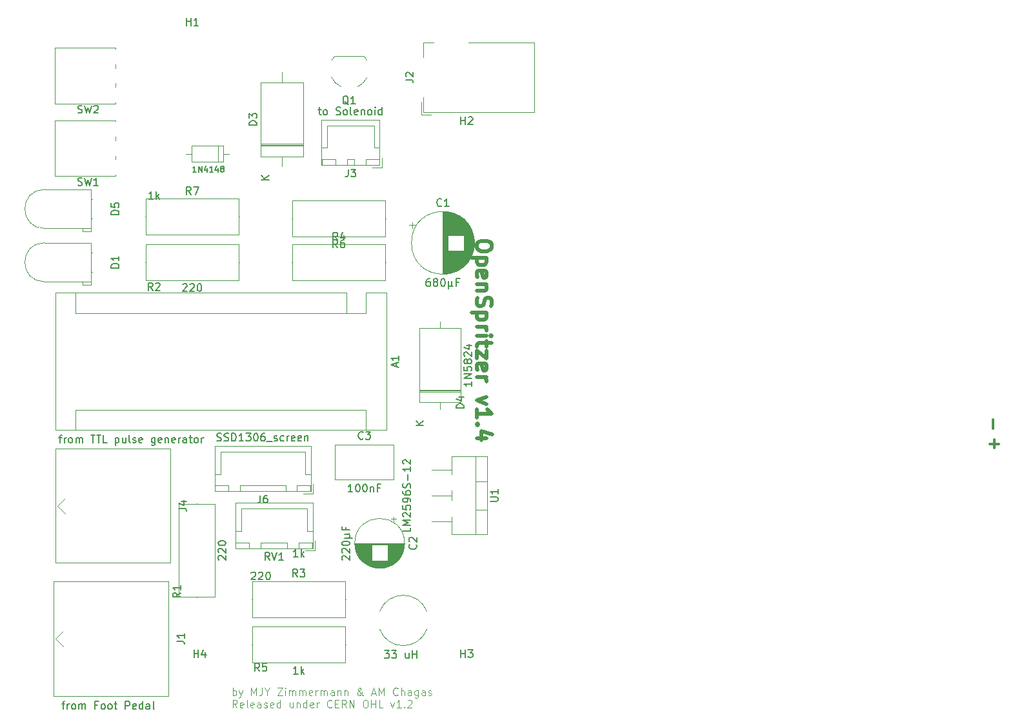
<source format=gbr>
G04 #@! TF.GenerationSoftware,KiCad,Pcbnew,6.0.7-f9a2dced07~116~ubuntu20.04.1*
G04 #@! TF.CreationDate,2022-10-13T01:02:25+01:00*
G04 #@! TF.ProjectId,OpenSpritzer_1.4,4f70656e-5370-4726-9974-7a65725f312e,rev?*
G04 #@! TF.SameCoordinates,Original*
G04 #@! TF.FileFunction,Legend,Top*
G04 #@! TF.FilePolarity,Positive*
%FSLAX46Y46*%
G04 Gerber Fmt 4.6, Leading zero omitted, Abs format (unit mm)*
G04 Created by KiCad (PCBNEW 6.0.7-f9a2dced07~116~ubuntu20.04.1) date 2022-10-13 01:02:25*
%MOMM*%
%LPD*%
G01*
G04 APERTURE LIST*
%ADD10C,0.300000*%
%ADD11C,0.125000*%
%ADD12C,0.500000*%
%ADD13C,0.150000*%
%ADD14C,0.120000*%
G04 APERTURE END LIST*
D10*
X218678571Y-131557142D02*
X219821428Y-131557142D01*
X219250000Y-132128571D02*
X219250000Y-130985714D01*
D11*
X119319345Y-164597380D02*
X119319345Y-163597380D01*
X119319345Y-163978333D02*
X119414583Y-163930714D01*
X119605059Y-163930714D01*
X119700297Y-163978333D01*
X119747916Y-164025952D01*
X119795535Y-164121190D01*
X119795535Y-164406904D01*
X119747916Y-164502142D01*
X119700297Y-164549761D01*
X119605059Y-164597380D01*
X119414583Y-164597380D01*
X119319345Y-164549761D01*
X120128869Y-163930714D02*
X120366964Y-164597380D01*
X120605059Y-163930714D02*
X120366964Y-164597380D01*
X120271726Y-164835476D01*
X120224107Y-164883095D01*
X120128869Y-164930714D01*
X121747916Y-164597380D02*
X121747916Y-163597380D01*
X122081250Y-164311666D01*
X122414583Y-163597380D01*
X122414583Y-164597380D01*
X123176488Y-163597380D02*
X123176488Y-164311666D01*
X123128869Y-164454523D01*
X123033630Y-164549761D01*
X122890773Y-164597380D01*
X122795535Y-164597380D01*
X123843154Y-164121190D02*
X123843154Y-164597380D01*
X123509821Y-163597380D02*
X123843154Y-164121190D01*
X124176488Y-163597380D01*
X125176488Y-163597380D02*
X125843154Y-163597380D01*
X125176488Y-164597380D01*
X125843154Y-164597380D01*
X126224107Y-164597380D02*
X126224107Y-163930714D01*
X126224107Y-163597380D02*
X126176488Y-163645000D01*
X126224107Y-163692619D01*
X126271726Y-163645000D01*
X126224107Y-163597380D01*
X126224107Y-163692619D01*
X126700297Y-164597380D02*
X126700297Y-163930714D01*
X126700297Y-164025952D02*
X126747916Y-163978333D01*
X126843154Y-163930714D01*
X126986011Y-163930714D01*
X127081250Y-163978333D01*
X127128869Y-164073571D01*
X127128869Y-164597380D01*
X127128869Y-164073571D02*
X127176488Y-163978333D01*
X127271726Y-163930714D01*
X127414583Y-163930714D01*
X127509821Y-163978333D01*
X127557440Y-164073571D01*
X127557440Y-164597380D01*
X128033630Y-164597380D02*
X128033630Y-163930714D01*
X128033630Y-164025952D02*
X128081250Y-163978333D01*
X128176488Y-163930714D01*
X128319345Y-163930714D01*
X128414583Y-163978333D01*
X128462202Y-164073571D01*
X128462202Y-164597380D01*
X128462202Y-164073571D02*
X128509821Y-163978333D01*
X128605059Y-163930714D01*
X128747916Y-163930714D01*
X128843154Y-163978333D01*
X128890773Y-164073571D01*
X128890773Y-164597380D01*
X129747916Y-164549761D02*
X129652678Y-164597380D01*
X129462202Y-164597380D01*
X129366964Y-164549761D01*
X129319345Y-164454523D01*
X129319345Y-164073571D01*
X129366964Y-163978333D01*
X129462202Y-163930714D01*
X129652678Y-163930714D01*
X129747916Y-163978333D01*
X129795535Y-164073571D01*
X129795535Y-164168809D01*
X129319345Y-164264047D01*
X130224107Y-164597380D02*
X130224107Y-163930714D01*
X130224107Y-164121190D02*
X130271726Y-164025952D01*
X130319345Y-163978333D01*
X130414583Y-163930714D01*
X130509821Y-163930714D01*
X130843154Y-164597380D02*
X130843154Y-163930714D01*
X130843154Y-164025952D02*
X130890773Y-163978333D01*
X130986011Y-163930714D01*
X131128869Y-163930714D01*
X131224107Y-163978333D01*
X131271726Y-164073571D01*
X131271726Y-164597380D01*
X131271726Y-164073571D02*
X131319345Y-163978333D01*
X131414583Y-163930714D01*
X131557440Y-163930714D01*
X131652678Y-163978333D01*
X131700297Y-164073571D01*
X131700297Y-164597380D01*
X132605059Y-164597380D02*
X132605059Y-164073571D01*
X132557440Y-163978333D01*
X132462202Y-163930714D01*
X132271726Y-163930714D01*
X132176488Y-163978333D01*
X132605059Y-164549761D02*
X132509821Y-164597380D01*
X132271726Y-164597380D01*
X132176488Y-164549761D01*
X132128869Y-164454523D01*
X132128869Y-164359285D01*
X132176488Y-164264047D01*
X132271726Y-164216428D01*
X132509821Y-164216428D01*
X132605059Y-164168809D01*
X133081250Y-163930714D02*
X133081250Y-164597380D01*
X133081250Y-164025952D02*
X133128869Y-163978333D01*
X133224107Y-163930714D01*
X133366964Y-163930714D01*
X133462202Y-163978333D01*
X133509821Y-164073571D01*
X133509821Y-164597380D01*
X133986011Y-163930714D02*
X133986011Y-164597380D01*
X133986011Y-164025952D02*
X134033630Y-163978333D01*
X134128869Y-163930714D01*
X134271726Y-163930714D01*
X134366964Y-163978333D01*
X134414583Y-164073571D01*
X134414583Y-164597380D01*
X136462202Y-164597380D02*
X136414583Y-164597380D01*
X136319345Y-164549761D01*
X136176488Y-164406904D01*
X135938392Y-164121190D01*
X135843154Y-163978333D01*
X135795535Y-163835476D01*
X135795535Y-163740238D01*
X135843154Y-163645000D01*
X135938392Y-163597380D01*
X135986011Y-163597380D01*
X136081250Y-163645000D01*
X136128869Y-163740238D01*
X136128869Y-163787857D01*
X136081250Y-163883095D01*
X136033630Y-163930714D01*
X135747916Y-164121190D01*
X135700297Y-164168809D01*
X135652678Y-164264047D01*
X135652678Y-164406904D01*
X135700297Y-164502142D01*
X135747916Y-164549761D01*
X135843154Y-164597380D01*
X135986011Y-164597380D01*
X136081250Y-164549761D01*
X136128869Y-164502142D01*
X136271726Y-164311666D01*
X136319345Y-164168809D01*
X136319345Y-164073571D01*
X137605059Y-164311666D02*
X138081250Y-164311666D01*
X137509821Y-164597380D02*
X137843154Y-163597380D01*
X138176488Y-164597380D01*
X138509821Y-164597380D02*
X138509821Y-163597380D01*
X138843154Y-164311666D01*
X139176488Y-163597380D01*
X139176488Y-164597380D01*
X140986011Y-164502142D02*
X140938392Y-164549761D01*
X140795535Y-164597380D01*
X140700297Y-164597380D01*
X140557440Y-164549761D01*
X140462202Y-164454523D01*
X140414583Y-164359285D01*
X140366964Y-164168809D01*
X140366964Y-164025952D01*
X140414583Y-163835476D01*
X140462202Y-163740238D01*
X140557440Y-163645000D01*
X140700297Y-163597380D01*
X140795535Y-163597380D01*
X140938392Y-163645000D01*
X140986011Y-163692619D01*
X141414583Y-164597380D02*
X141414583Y-163597380D01*
X141843154Y-164597380D02*
X141843154Y-164073571D01*
X141795535Y-163978333D01*
X141700297Y-163930714D01*
X141557440Y-163930714D01*
X141462202Y-163978333D01*
X141414583Y-164025952D01*
X142747916Y-164597380D02*
X142747916Y-164073571D01*
X142700297Y-163978333D01*
X142605059Y-163930714D01*
X142414583Y-163930714D01*
X142319345Y-163978333D01*
X142747916Y-164549761D02*
X142652678Y-164597380D01*
X142414583Y-164597380D01*
X142319345Y-164549761D01*
X142271726Y-164454523D01*
X142271726Y-164359285D01*
X142319345Y-164264047D01*
X142414583Y-164216428D01*
X142652678Y-164216428D01*
X142747916Y-164168809D01*
X143652678Y-163930714D02*
X143652678Y-164740238D01*
X143605059Y-164835476D01*
X143557440Y-164883095D01*
X143462202Y-164930714D01*
X143319345Y-164930714D01*
X143224107Y-164883095D01*
X143652678Y-164549761D02*
X143557440Y-164597380D01*
X143366964Y-164597380D01*
X143271726Y-164549761D01*
X143224107Y-164502142D01*
X143176488Y-164406904D01*
X143176488Y-164121190D01*
X143224107Y-164025952D01*
X143271726Y-163978333D01*
X143366964Y-163930714D01*
X143557440Y-163930714D01*
X143652678Y-163978333D01*
X144557440Y-164597380D02*
X144557440Y-164073571D01*
X144509821Y-163978333D01*
X144414583Y-163930714D01*
X144224107Y-163930714D01*
X144128869Y-163978333D01*
X144557440Y-164549761D02*
X144462202Y-164597380D01*
X144224107Y-164597380D01*
X144128869Y-164549761D01*
X144081250Y-164454523D01*
X144081250Y-164359285D01*
X144128869Y-164264047D01*
X144224107Y-164216428D01*
X144462202Y-164216428D01*
X144557440Y-164168809D01*
X144986011Y-164549761D02*
X145081250Y-164597380D01*
X145271726Y-164597380D01*
X145366964Y-164549761D01*
X145414583Y-164454523D01*
X145414583Y-164406904D01*
X145366964Y-164311666D01*
X145271726Y-164264047D01*
X145128869Y-164264047D01*
X145033630Y-164216428D01*
X144986011Y-164121190D01*
X144986011Y-164073571D01*
X145033630Y-163978333D01*
X145128869Y-163930714D01*
X145271726Y-163930714D01*
X145366964Y-163978333D01*
X119890773Y-166207380D02*
X119557440Y-165731190D01*
X119319345Y-166207380D02*
X119319345Y-165207380D01*
X119700297Y-165207380D01*
X119795535Y-165255000D01*
X119843154Y-165302619D01*
X119890773Y-165397857D01*
X119890773Y-165540714D01*
X119843154Y-165635952D01*
X119795535Y-165683571D01*
X119700297Y-165731190D01*
X119319345Y-165731190D01*
X120700297Y-166159761D02*
X120605059Y-166207380D01*
X120414583Y-166207380D01*
X120319345Y-166159761D01*
X120271726Y-166064523D01*
X120271726Y-165683571D01*
X120319345Y-165588333D01*
X120414583Y-165540714D01*
X120605059Y-165540714D01*
X120700297Y-165588333D01*
X120747916Y-165683571D01*
X120747916Y-165778809D01*
X120271726Y-165874047D01*
X121319345Y-166207380D02*
X121224107Y-166159761D01*
X121176488Y-166064523D01*
X121176488Y-165207380D01*
X122081250Y-166159761D02*
X121986011Y-166207380D01*
X121795535Y-166207380D01*
X121700297Y-166159761D01*
X121652678Y-166064523D01*
X121652678Y-165683571D01*
X121700297Y-165588333D01*
X121795535Y-165540714D01*
X121986011Y-165540714D01*
X122081250Y-165588333D01*
X122128869Y-165683571D01*
X122128869Y-165778809D01*
X121652678Y-165874047D01*
X122986011Y-166207380D02*
X122986011Y-165683571D01*
X122938392Y-165588333D01*
X122843154Y-165540714D01*
X122652678Y-165540714D01*
X122557440Y-165588333D01*
X122986011Y-166159761D02*
X122890773Y-166207380D01*
X122652678Y-166207380D01*
X122557440Y-166159761D01*
X122509821Y-166064523D01*
X122509821Y-165969285D01*
X122557440Y-165874047D01*
X122652678Y-165826428D01*
X122890773Y-165826428D01*
X122986011Y-165778809D01*
X123414583Y-166159761D02*
X123509821Y-166207380D01*
X123700297Y-166207380D01*
X123795535Y-166159761D01*
X123843154Y-166064523D01*
X123843154Y-166016904D01*
X123795535Y-165921666D01*
X123700297Y-165874047D01*
X123557440Y-165874047D01*
X123462202Y-165826428D01*
X123414583Y-165731190D01*
X123414583Y-165683571D01*
X123462202Y-165588333D01*
X123557440Y-165540714D01*
X123700297Y-165540714D01*
X123795535Y-165588333D01*
X124652678Y-166159761D02*
X124557440Y-166207380D01*
X124366964Y-166207380D01*
X124271726Y-166159761D01*
X124224107Y-166064523D01*
X124224107Y-165683571D01*
X124271726Y-165588333D01*
X124366964Y-165540714D01*
X124557440Y-165540714D01*
X124652678Y-165588333D01*
X124700297Y-165683571D01*
X124700297Y-165778809D01*
X124224107Y-165874047D01*
X125557440Y-166207380D02*
X125557440Y-165207380D01*
X125557440Y-166159761D02*
X125462202Y-166207380D01*
X125271726Y-166207380D01*
X125176488Y-166159761D01*
X125128869Y-166112142D01*
X125081250Y-166016904D01*
X125081250Y-165731190D01*
X125128869Y-165635952D01*
X125176488Y-165588333D01*
X125271726Y-165540714D01*
X125462202Y-165540714D01*
X125557440Y-165588333D01*
X127224107Y-165540714D02*
X127224107Y-166207380D01*
X126795535Y-165540714D02*
X126795535Y-166064523D01*
X126843154Y-166159761D01*
X126938392Y-166207380D01*
X127081250Y-166207380D01*
X127176488Y-166159761D01*
X127224107Y-166112142D01*
X127700297Y-165540714D02*
X127700297Y-166207380D01*
X127700297Y-165635952D02*
X127747916Y-165588333D01*
X127843154Y-165540714D01*
X127986011Y-165540714D01*
X128081250Y-165588333D01*
X128128869Y-165683571D01*
X128128869Y-166207380D01*
X129033630Y-166207380D02*
X129033630Y-165207380D01*
X129033630Y-166159761D02*
X128938392Y-166207380D01*
X128747916Y-166207380D01*
X128652678Y-166159761D01*
X128605059Y-166112142D01*
X128557440Y-166016904D01*
X128557440Y-165731190D01*
X128605059Y-165635952D01*
X128652678Y-165588333D01*
X128747916Y-165540714D01*
X128938392Y-165540714D01*
X129033630Y-165588333D01*
X129890773Y-166159761D02*
X129795535Y-166207380D01*
X129605059Y-166207380D01*
X129509821Y-166159761D01*
X129462202Y-166064523D01*
X129462202Y-165683571D01*
X129509821Y-165588333D01*
X129605059Y-165540714D01*
X129795535Y-165540714D01*
X129890773Y-165588333D01*
X129938392Y-165683571D01*
X129938392Y-165778809D01*
X129462202Y-165874047D01*
X130366964Y-166207380D02*
X130366964Y-165540714D01*
X130366964Y-165731190D02*
X130414583Y-165635952D01*
X130462202Y-165588333D01*
X130557440Y-165540714D01*
X130652678Y-165540714D01*
X132319345Y-166112142D02*
X132271726Y-166159761D01*
X132128869Y-166207380D01*
X132033630Y-166207380D01*
X131890773Y-166159761D01*
X131795535Y-166064523D01*
X131747916Y-165969285D01*
X131700297Y-165778809D01*
X131700297Y-165635952D01*
X131747916Y-165445476D01*
X131795535Y-165350238D01*
X131890773Y-165255000D01*
X132033630Y-165207380D01*
X132128869Y-165207380D01*
X132271726Y-165255000D01*
X132319345Y-165302619D01*
X132747916Y-165683571D02*
X133081250Y-165683571D01*
X133224107Y-166207380D02*
X132747916Y-166207380D01*
X132747916Y-165207380D01*
X133224107Y-165207380D01*
X134224107Y-166207380D02*
X133890773Y-165731190D01*
X133652678Y-166207380D02*
X133652678Y-165207380D01*
X134033630Y-165207380D01*
X134128869Y-165255000D01*
X134176488Y-165302619D01*
X134224107Y-165397857D01*
X134224107Y-165540714D01*
X134176488Y-165635952D01*
X134128869Y-165683571D01*
X134033630Y-165731190D01*
X133652678Y-165731190D01*
X134652678Y-166207380D02*
X134652678Y-165207380D01*
X135224107Y-166207380D01*
X135224107Y-165207380D01*
X136652678Y-165207380D02*
X136843154Y-165207380D01*
X136938392Y-165255000D01*
X137033630Y-165350238D01*
X137081250Y-165540714D01*
X137081250Y-165874047D01*
X137033630Y-166064523D01*
X136938392Y-166159761D01*
X136843154Y-166207380D01*
X136652678Y-166207380D01*
X136557440Y-166159761D01*
X136462202Y-166064523D01*
X136414583Y-165874047D01*
X136414583Y-165540714D01*
X136462202Y-165350238D01*
X136557440Y-165255000D01*
X136652678Y-165207380D01*
X137509821Y-166207380D02*
X137509821Y-165207380D01*
X137509821Y-165683571D02*
X138081250Y-165683571D01*
X138081250Y-166207380D02*
X138081250Y-165207380D01*
X139033630Y-166207380D02*
X138557440Y-166207380D01*
X138557440Y-165207380D01*
X140033630Y-165540714D02*
X140271726Y-166207380D01*
X140509821Y-165540714D01*
X141414583Y-166207380D02*
X140843154Y-166207380D01*
X141128869Y-166207380D02*
X141128869Y-165207380D01*
X141033630Y-165350238D01*
X140938392Y-165445476D01*
X140843154Y-165493095D01*
X141843154Y-166112142D02*
X141890773Y-166159761D01*
X141843154Y-166207380D01*
X141795535Y-166159761D01*
X141843154Y-166112142D01*
X141843154Y-166207380D01*
X142271726Y-165302619D02*
X142319345Y-165255000D01*
X142414583Y-165207380D01*
X142652678Y-165207380D01*
X142747916Y-165255000D01*
X142795535Y-165302619D01*
X142843154Y-165397857D01*
X142843154Y-165493095D01*
X142795535Y-165635952D01*
X142224107Y-166207380D01*
X142843154Y-166207380D01*
D12*
X153315238Y-105378571D02*
X153315238Y-105759523D01*
X153220000Y-105950000D01*
X153029523Y-106140476D01*
X152648571Y-106235714D01*
X151981904Y-106235714D01*
X151600952Y-106140476D01*
X151410476Y-105950000D01*
X151315238Y-105759523D01*
X151315238Y-105378571D01*
X151410476Y-105188095D01*
X151600952Y-104997619D01*
X151981904Y-104902380D01*
X152648571Y-104902380D01*
X153029523Y-104997619D01*
X153220000Y-105188095D01*
X153315238Y-105378571D01*
X152648571Y-107092857D02*
X150648571Y-107092857D01*
X152553333Y-107092857D02*
X152648571Y-107283333D01*
X152648571Y-107664285D01*
X152553333Y-107854761D01*
X152458095Y-107950000D01*
X152267619Y-108045238D01*
X151696190Y-108045238D01*
X151505714Y-107950000D01*
X151410476Y-107854761D01*
X151315238Y-107664285D01*
X151315238Y-107283333D01*
X151410476Y-107092857D01*
X151410476Y-109664285D02*
X151315238Y-109473809D01*
X151315238Y-109092857D01*
X151410476Y-108902380D01*
X151600952Y-108807142D01*
X152362857Y-108807142D01*
X152553333Y-108902380D01*
X152648571Y-109092857D01*
X152648571Y-109473809D01*
X152553333Y-109664285D01*
X152362857Y-109759523D01*
X152172380Y-109759523D01*
X151981904Y-108807142D01*
X152648571Y-110616666D02*
X151315238Y-110616666D01*
X152458095Y-110616666D02*
X152553333Y-110711904D01*
X152648571Y-110902380D01*
X152648571Y-111188095D01*
X152553333Y-111378571D01*
X152362857Y-111473809D01*
X151315238Y-111473809D01*
X151410476Y-112330952D02*
X151315238Y-112616666D01*
X151315238Y-113092857D01*
X151410476Y-113283333D01*
X151505714Y-113378571D01*
X151696190Y-113473809D01*
X151886666Y-113473809D01*
X152077142Y-113378571D01*
X152172380Y-113283333D01*
X152267619Y-113092857D01*
X152362857Y-112711904D01*
X152458095Y-112521428D01*
X152553333Y-112426190D01*
X152743809Y-112330952D01*
X152934285Y-112330952D01*
X153124761Y-112426190D01*
X153220000Y-112521428D01*
X153315238Y-112711904D01*
X153315238Y-113188095D01*
X153220000Y-113473809D01*
X152648571Y-114330952D02*
X150648571Y-114330952D01*
X152553333Y-114330952D02*
X152648571Y-114521428D01*
X152648571Y-114902380D01*
X152553333Y-115092857D01*
X152458095Y-115188095D01*
X152267619Y-115283333D01*
X151696190Y-115283333D01*
X151505714Y-115188095D01*
X151410476Y-115092857D01*
X151315238Y-114902380D01*
X151315238Y-114521428D01*
X151410476Y-114330952D01*
X151315238Y-116140476D02*
X152648571Y-116140476D01*
X152267619Y-116140476D02*
X152458095Y-116235714D01*
X152553333Y-116330952D01*
X152648571Y-116521428D01*
X152648571Y-116711904D01*
X151315238Y-117378571D02*
X152648571Y-117378571D01*
X153315238Y-117378571D02*
X153220000Y-117283333D01*
X153124761Y-117378571D01*
X153220000Y-117473809D01*
X153315238Y-117378571D01*
X153124761Y-117378571D01*
X152648571Y-118045238D02*
X152648571Y-118807142D01*
X153315238Y-118330952D02*
X151600952Y-118330952D01*
X151410476Y-118426190D01*
X151315238Y-118616666D01*
X151315238Y-118807142D01*
X152648571Y-119283333D02*
X152648571Y-120330952D01*
X151315238Y-119283333D01*
X151315238Y-120330952D01*
X151410476Y-121854761D02*
X151315238Y-121664285D01*
X151315238Y-121283333D01*
X151410476Y-121092857D01*
X151600952Y-120997619D01*
X152362857Y-120997619D01*
X152553333Y-121092857D01*
X152648571Y-121283333D01*
X152648571Y-121664285D01*
X152553333Y-121854761D01*
X152362857Y-121950000D01*
X152172380Y-121950000D01*
X151981904Y-120997619D01*
X151315238Y-122807142D02*
X152648571Y-122807142D01*
X152267619Y-122807142D02*
X152458095Y-122902380D01*
X152553333Y-122997619D01*
X152648571Y-123188095D01*
X152648571Y-123378571D01*
X152648571Y-125378571D02*
X151315238Y-125854761D01*
X152648571Y-126330952D01*
X151315238Y-128140476D02*
X151315238Y-126997619D01*
X151315238Y-127569047D02*
X153315238Y-127569047D01*
X153029523Y-127378571D01*
X152839047Y-127188095D01*
X152743809Y-126997619D01*
X151505714Y-128997619D02*
X151410476Y-129092857D01*
X151315238Y-128997619D01*
X151410476Y-128902380D01*
X151505714Y-128997619D01*
X151315238Y-128997619D01*
X152648571Y-130807142D02*
X151315238Y-130807142D01*
X153410476Y-130330952D02*
X151981904Y-129854761D01*
X151981904Y-131092857D01*
D10*
X219107142Y-128378571D02*
X219107142Y-129521428D01*
D13*
X140796666Y-121424285D02*
X140796666Y-120948095D01*
X141082380Y-121519523D02*
X140082380Y-121186190D01*
X141082380Y-120852857D01*
X141082380Y-119995714D02*
X141082380Y-120567142D01*
X141082380Y-120281428D02*
X140082380Y-120281428D01*
X140225238Y-120376666D01*
X140320476Y-120471904D01*
X140368095Y-120567142D01*
X114517857Y-95814285D02*
X114089285Y-95814285D01*
X114303571Y-95814285D02*
X114303571Y-95064285D01*
X114232142Y-95171428D01*
X114160714Y-95242857D01*
X114089285Y-95278571D01*
X114839285Y-95814285D02*
X114839285Y-95064285D01*
X115267857Y-95814285D01*
X115267857Y-95064285D01*
X115946428Y-95314285D02*
X115946428Y-95814285D01*
X115767857Y-95028571D02*
X115589285Y-95564285D01*
X116053571Y-95564285D01*
X116732142Y-95814285D02*
X116303571Y-95814285D01*
X116517857Y-95814285D02*
X116517857Y-95064285D01*
X116446428Y-95171428D01*
X116375000Y-95242857D01*
X116303571Y-95278571D01*
X117375000Y-95314285D02*
X117375000Y-95814285D01*
X117196428Y-95028571D02*
X117017857Y-95564285D01*
X117482142Y-95564285D01*
X117875000Y-95385714D02*
X117803571Y-95350000D01*
X117767857Y-95314285D01*
X117732142Y-95242857D01*
X117732142Y-95207142D01*
X117767857Y-95135714D01*
X117803571Y-95100000D01*
X117875000Y-95064285D01*
X118017857Y-95064285D01*
X118089285Y-95100000D01*
X118125000Y-95135714D01*
X118160714Y-95207142D01*
X118160714Y-95242857D01*
X118125000Y-95314285D01*
X118089285Y-95350000D01*
X118017857Y-95385714D01*
X117875000Y-95385714D01*
X117803571Y-95421428D01*
X117767857Y-95457142D01*
X117732142Y-95528571D01*
X117732142Y-95671428D01*
X117767857Y-95742857D01*
X117803571Y-95778571D01*
X117875000Y-95814285D01*
X118017857Y-95814285D01*
X118089285Y-95778571D01*
X118125000Y-95742857D01*
X118160714Y-95671428D01*
X118160714Y-95528571D01*
X118125000Y-95457142D01*
X118089285Y-95421428D01*
X118017857Y-95385714D01*
X112002380Y-157483333D02*
X112716666Y-157483333D01*
X112859523Y-157530952D01*
X112954761Y-157626190D01*
X113002380Y-157769047D01*
X113002380Y-157864285D01*
X113002380Y-156483333D02*
X113002380Y-157054761D01*
X113002380Y-156769047D02*
X112002380Y-156769047D01*
X112145238Y-156864285D01*
X112240476Y-156959523D01*
X112288095Y-157054761D01*
X96904761Y-165735714D02*
X97285714Y-165735714D01*
X97047619Y-166402380D02*
X97047619Y-165545238D01*
X97095238Y-165450000D01*
X97190476Y-165402380D01*
X97285714Y-165402380D01*
X97619047Y-166402380D02*
X97619047Y-165735714D01*
X97619047Y-165926190D02*
X97666666Y-165830952D01*
X97714285Y-165783333D01*
X97809523Y-165735714D01*
X97904761Y-165735714D01*
X98380952Y-166402380D02*
X98285714Y-166354761D01*
X98238095Y-166307142D01*
X98190476Y-166211904D01*
X98190476Y-165926190D01*
X98238095Y-165830952D01*
X98285714Y-165783333D01*
X98380952Y-165735714D01*
X98523809Y-165735714D01*
X98619047Y-165783333D01*
X98666666Y-165830952D01*
X98714285Y-165926190D01*
X98714285Y-166211904D01*
X98666666Y-166307142D01*
X98619047Y-166354761D01*
X98523809Y-166402380D01*
X98380952Y-166402380D01*
X99142857Y-166402380D02*
X99142857Y-165735714D01*
X99142857Y-165830952D02*
X99190476Y-165783333D01*
X99285714Y-165735714D01*
X99428571Y-165735714D01*
X99523809Y-165783333D01*
X99571428Y-165878571D01*
X99571428Y-166402380D01*
X99571428Y-165878571D02*
X99619047Y-165783333D01*
X99714285Y-165735714D01*
X99857142Y-165735714D01*
X99952380Y-165783333D01*
X100000000Y-165878571D01*
X100000000Y-166402380D01*
X101571428Y-165878571D02*
X101238095Y-165878571D01*
X101238095Y-166402380D02*
X101238095Y-165402380D01*
X101714285Y-165402380D01*
X102238095Y-166402380D02*
X102142857Y-166354761D01*
X102095238Y-166307142D01*
X102047619Y-166211904D01*
X102047619Y-165926190D01*
X102095238Y-165830952D01*
X102142857Y-165783333D01*
X102238095Y-165735714D01*
X102380952Y-165735714D01*
X102476190Y-165783333D01*
X102523809Y-165830952D01*
X102571428Y-165926190D01*
X102571428Y-166211904D01*
X102523809Y-166307142D01*
X102476190Y-166354761D01*
X102380952Y-166402380D01*
X102238095Y-166402380D01*
X103142857Y-166402380D02*
X103047619Y-166354761D01*
X103000000Y-166307142D01*
X102952380Y-166211904D01*
X102952380Y-165926190D01*
X103000000Y-165830952D01*
X103047619Y-165783333D01*
X103142857Y-165735714D01*
X103285714Y-165735714D01*
X103380952Y-165783333D01*
X103428571Y-165830952D01*
X103476190Y-165926190D01*
X103476190Y-166211904D01*
X103428571Y-166307142D01*
X103380952Y-166354761D01*
X103285714Y-166402380D01*
X103142857Y-166402380D01*
X103761904Y-165735714D02*
X104142857Y-165735714D01*
X103904761Y-165402380D02*
X103904761Y-166259523D01*
X103952380Y-166354761D01*
X104047619Y-166402380D01*
X104142857Y-166402380D01*
X105238095Y-166402380D02*
X105238095Y-165402380D01*
X105619047Y-165402380D01*
X105714285Y-165450000D01*
X105761904Y-165497619D01*
X105809523Y-165592857D01*
X105809523Y-165735714D01*
X105761904Y-165830952D01*
X105714285Y-165878571D01*
X105619047Y-165926190D01*
X105238095Y-165926190D01*
X106619047Y-166354761D02*
X106523809Y-166402380D01*
X106333333Y-166402380D01*
X106238095Y-166354761D01*
X106190476Y-166259523D01*
X106190476Y-165878571D01*
X106238095Y-165783333D01*
X106333333Y-165735714D01*
X106523809Y-165735714D01*
X106619047Y-165783333D01*
X106666666Y-165878571D01*
X106666666Y-165973809D01*
X106190476Y-166069047D01*
X107523809Y-166402380D02*
X107523809Y-165402380D01*
X107523809Y-166354761D02*
X107428571Y-166402380D01*
X107238095Y-166402380D01*
X107142857Y-166354761D01*
X107095238Y-166307142D01*
X107047619Y-166211904D01*
X107047619Y-165926190D01*
X107095238Y-165830952D01*
X107142857Y-165783333D01*
X107238095Y-165735714D01*
X107428571Y-165735714D01*
X107523809Y-165783333D01*
X108428571Y-166402380D02*
X108428571Y-165878571D01*
X108380952Y-165783333D01*
X108285714Y-165735714D01*
X108095238Y-165735714D01*
X108000000Y-165783333D01*
X108428571Y-166354761D02*
X108333333Y-166402380D01*
X108095238Y-166402380D01*
X108000000Y-166354761D01*
X107952380Y-166259523D01*
X107952380Y-166164285D01*
X108000000Y-166069047D01*
X108095238Y-166021428D01*
X108333333Y-166021428D01*
X108428571Y-165973809D01*
X109047619Y-166402380D02*
X108952380Y-166354761D01*
X108904761Y-166259523D01*
X108904761Y-165402380D01*
X134466666Y-95477380D02*
X134466666Y-96191666D01*
X134419047Y-96334523D01*
X134323809Y-96429761D01*
X134180952Y-96477380D01*
X134085714Y-96477380D01*
X134847619Y-95477380D02*
X135466666Y-95477380D01*
X135133333Y-95858333D01*
X135276190Y-95858333D01*
X135371428Y-95905952D01*
X135419047Y-95953571D01*
X135466666Y-96048809D01*
X135466666Y-96286904D01*
X135419047Y-96382142D01*
X135371428Y-96429761D01*
X135276190Y-96477380D01*
X134990476Y-96477380D01*
X134895238Y-96429761D01*
X134847619Y-96382142D01*
X130561904Y-87660714D02*
X130942857Y-87660714D01*
X130704761Y-87327380D02*
X130704761Y-88184523D01*
X130752380Y-88279761D01*
X130847619Y-88327380D01*
X130942857Y-88327380D01*
X131419047Y-88327380D02*
X131323809Y-88279761D01*
X131276190Y-88232142D01*
X131228571Y-88136904D01*
X131228571Y-87851190D01*
X131276190Y-87755952D01*
X131323809Y-87708333D01*
X131419047Y-87660714D01*
X131561904Y-87660714D01*
X131657142Y-87708333D01*
X131704761Y-87755952D01*
X131752380Y-87851190D01*
X131752380Y-88136904D01*
X131704761Y-88232142D01*
X131657142Y-88279761D01*
X131561904Y-88327380D01*
X131419047Y-88327380D01*
X132895238Y-88279761D02*
X133038095Y-88327380D01*
X133276190Y-88327380D01*
X133371428Y-88279761D01*
X133419047Y-88232142D01*
X133466666Y-88136904D01*
X133466666Y-88041666D01*
X133419047Y-87946428D01*
X133371428Y-87898809D01*
X133276190Y-87851190D01*
X133085714Y-87803571D01*
X132990476Y-87755952D01*
X132942857Y-87708333D01*
X132895238Y-87613095D01*
X132895238Y-87517857D01*
X132942857Y-87422619D01*
X132990476Y-87375000D01*
X133085714Y-87327380D01*
X133323809Y-87327380D01*
X133466666Y-87375000D01*
X134038095Y-88327380D02*
X133942857Y-88279761D01*
X133895238Y-88232142D01*
X133847619Y-88136904D01*
X133847619Y-87851190D01*
X133895238Y-87755952D01*
X133942857Y-87708333D01*
X134038095Y-87660714D01*
X134180952Y-87660714D01*
X134276190Y-87708333D01*
X134323809Y-87755952D01*
X134371428Y-87851190D01*
X134371428Y-88136904D01*
X134323809Y-88232142D01*
X134276190Y-88279761D01*
X134180952Y-88327380D01*
X134038095Y-88327380D01*
X134942857Y-88327380D02*
X134847619Y-88279761D01*
X134800000Y-88184523D01*
X134800000Y-87327380D01*
X135704761Y-88279761D02*
X135609523Y-88327380D01*
X135419047Y-88327380D01*
X135323809Y-88279761D01*
X135276190Y-88184523D01*
X135276190Y-87803571D01*
X135323809Y-87708333D01*
X135419047Y-87660714D01*
X135609523Y-87660714D01*
X135704761Y-87708333D01*
X135752380Y-87803571D01*
X135752380Y-87898809D01*
X135276190Y-87994047D01*
X136180952Y-87660714D02*
X136180952Y-88327380D01*
X136180952Y-87755952D02*
X136228571Y-87708333D01*
X136323809Y-87660714D01*
X136466666Y-87660714D01*
X136561904Y-87708333D01*
X136609523Y-87803571D01*
X136609523Y-88327380D01*
X137228571Y-88327380D02*
X137133333Y-88279761D01*
X137085714Y-88232142D01*
X137038095Y-88136904D01*
X137038095Y-87851190D01*
X137085714Y-87755952D01*
X137133333Y-87708333D01*
X137228571Y-87660714D01*
X137371428Y-87660714D01*
X137466666Y-87708333D01*
X137514285Y-87755952D01*
X137561904Y-87851190D01*
X137561904Y-88136904D01*
X137514285Y-88232142D01*
X137466666Y-88279761D01*
X137371428Y-88327380D01*
X137228571Y-88327380D01*
X137990476Y-88327380D02*
X137990476Y-87660714D01*
X137990476Y-87327380D02*
X137942857Y-87375000D01*
X137990476Y-87422619D01*
X138038095Y-87375000D01*
X137990476Y-87327380D01*
X137990476Y-87422619D01*
X138895238Y-88327380D02*
X138895238Y-87327380D01*
X138895238Y-88279761D02*
X138800000Y-88327380D01*
X138609523Y-88327380D01*
X138514285Y-88279761D01*
X138466666Y-88232142D01*
X138419047Y-88136904D01*
X138419047Y-87851190D01*
X138466666Y-87755952D01*
X138514285Y-87708333D01*
X138609523Y-87660714D01*
X138800000Y-87660714D01*
X138895238Y-87708333D01*
X112452380Y-151116666D02*
X111976190Y-151450000D01*
X112452380Y-151688095D02*
X111452380Y-151688095D01*
X111452380Y-151307142D01*
X111500000Y-151211904D01*
X111547619Y-151164285D01*
X111642857Y-151116666D01*
X111785714Y-151116666D01*
X111880952Y-151164285D01*
X111928571Y-151211904D01*
X111976190Y-151307142D01*
X111976190Y-151688095D01*
X112452380Y-150164285D02*
X112452380Y-150735714D01*
X112452380Y-150450000D02*
X111452380Y-150450000D01*
X111595238Y-150545238D01*
X111690476Y-150640476D01*
X111738095Y-150735714D01*
X117517619Y-146788095D02*
X117470000Y-146740476D01*
X117422380Y-146645238D01*
X117422380Y-146407142D01*
X117470000Y-146311904D01*
X117517619Y-146264285D01*
X117612857Y-146216666D01*
X117708095Y-146216666D01*
X117850952Y-146264285D01*
X118422380Y-146835714D01*
X118422380Y-146216666D01*
X117517619Y-145835714D02*
X117470000Y-145788095D01*
X117422380Y-145692857D01*
X117422380Y-145454761D01*
X117470000Y-145359523D01*
X117517619Y-145311904D01*
X117612857Y-145264285D01*
X117708095Y-145264285D01*
X117850952Y-145311904D01*
X118422380Y-145883333D01*
X118422380Y-145264285D01*
X117422380Y-144645238D02*
X117422380Y-144550000D01*
X117470000Y-144454761D01*
X117517619Y-144407142D01*
X117612857Y-144359523D01*
X117803333Y-144311904D01*
X118041428Y-144311904D01*
X118231904Y-144359523D01*
X118327142Y-144407142D01*
X118374761Y-144454761D01*
X118422380Y-144550000D01*
X118422380Y-144645238D01*
X118374761Y-144740476D01*
X118327142Y-144788095D01*
X118231904Y-144835714D01*
X118041428Y-144883333D01*
X117803333Y-144883333D01*
X117612857Y-144835714D01*
X117517619Y-144788095D01*
X117470000Y-144740476D01*
X117422380Y-144645238D01*
X108833333Y-111402380D02*
X108500000Y-110926190D01*
X108261904Y-111402380D02*
X108261904Y-110402380D01*
X108642857Y-110402380D01*
X108738095Y-110450000D01*
X108785714Y-110497619D01*
X108833333Y-110592857D01*
X108833333Y-110735714D01*
X108785714Y-110830952D01*
X108738095Y-110878571D01*
X108642857Y-110926190D01*
X108261904Y-110926190D01*
X109214285Y-110497619D02*
X109261904Y-110450000D01*
X109357142Y-110402380D01*
X109595238Y-110402380D01*
X109690476Y-110450000D01*
X109738095Y-110497619D01*
X109785714Y-110592857D01*
X109785714Y-110688095D01*
X109738095Y-110830952D01*
X109166666Y-111402380D01*
X109785714Y-111402380D01*
X112761904Y-110617619D02*
X112809523Y-110570000D01*
X112904761Y-110522380D01*
X113142857Y-110522380D01*
X113238095Y-110570000D01*
X113285714Y-110617619D01*
X113333333Y-110712857D01*
X113333333Y-110808095D01*
X113285714Y-110950952D01*
X112714285Y-111522380D01*
X113333333Y-111522380D01*
X113714285Y-110617619D02*
X113761904Y-110570000D01*
X113857142Y-110522380D01*
X114095238Y-110522380D01*
X114190476Y-110570000D01*
X114238095Y-110617619D01*
X114285714Y-110712857D01*
X114285714Y-110808095D01*
X114238095Y-110950952D01*
X113666666Y-111522380D01*
X114285714Y-111522380D01*
X114904761Y-110522380D02*
X115000000Y-110522380D01*
X115095238Y-110570000D01*
X115142857Y-110617619D01*
X115190476Y-110712857D01*
X115238095Y-110903333D01*
X115238095Y-111141428D01*
X115190476Y-111331904D01*
X115142857Y-111427142D01*
X115095238Y-111474761D01*
X115000000Y-111522380D01*
X114904761Y-111522380D01*
X114809523Y-111474761D01*
X114761904Y-111427142D01*
X114714285Y-111331904D01*
X114666666Y-111141428D01*
X114666666Y-110903333D01*
X114714285Y-110712857D01*
X114761904Y-110617619D01*
X114809523Y-110570000D01*
X114904761Y-110522380D01*
X127833333Y-149032380D02*
X127500000Y-148556190D01*
X127261904Y-149032380D02*
X127261904Y-148032380D01*
X127642857Y-148032380D01*
X127738095Y-148080000D01*
X127785714Y-148127619D01*
X127833333Y-148222857D01*
X127833333Y-148365714D01*
X127785714Y-148460952D01*
X127738095Y-148508571D01*
X127642857Y-148556190D01*
X127261904Y-148556190D01*
X128166666Y-148032380D02*
X128785714Y-148032380D01*
X128452380Y-148413333D01*
X128595238Y-148413333D01*
X128690476Y-148460952D01*
X128738095Y-148508571D01*
X128785714Y-148603809D01*
X128785714Y-148841904D01*
X128738095Y-148937142D01*
X128690476Y-148984761D01*
X128595238Y-149032380D01*
X128309523Y-149032380D01*
X128214285Y-148984761D01*
X128166666Y-148937142D01*
X121761904Y-148497619D02*
X121809523Y-148450000D01*
X121904761Y-148402380D01*
X122142857Y-148402380D01*
X122238095Y-148450000D01*
X122285714Y-148497619D01*
X122333333Y-148592857D01*
X122333333Y-148688095D01*
X122285714Y-148830952D01*
X121714285Y-149402380D01*
X122333333Y-149402380D01*
X122714285Y-148497619D02*
X122761904Y-148450000D01*
X122857142Y-148402380D01*
X123095238Y-148402380D01*
X123190476Y-148450000D01*
X123238095Y-148497619D01*
X123285714Y-148592857D01*
X123285714Y-148688095D01*
X123238095Y-148830952D01*
X122666666Y-149402380D01*
X123285714Y-149402380D01*
X123904761Y-148402380D02*
X124000000Y-148402380D01*
X124095238Y-148450000D01*
X124142857Y-148497619D01*
X124190476Y-148592857D01*
X124238095Y-148783333D01*
X124238095Y-149021428D01*
X124190476Y-149211904D01*
X124142857Y-149307142D01*
X124095238Y-149354761D01*
X124000000Y-149402380D01*
X123904761Y-149402380D01*
X123809523Y-149354761D01*
X123761904Y-149307142D01*
X123714285Y-149211904D01*
X123666666Y-149021428D01*
X123666666Y-148783333D01*
X123714285Y-148592857D01*
X123761904Y-148497619D01*
X123809523Y-148450000D01*
X123904761Y-148402380D01*
X133083333Y-104782380D02*
X132750000Y-104306190D01*
X132511904Y-104782380D02*
X132511904Y-103782380D01*
X132892857Y-103782380D01*
X132988095Y-103830000D01*
X133035714Y-103877619D01*
X133083333Y-103972857D01*
X133083333Y-104115714D01*
X133035714Y-104210952D01*
X132988095Y-104258571D01*
X132892857Y-104306190D01*
X132511904Y-104306190D01*
X133940476Y-104115714D02*
X133940476Y-104782380D01*
X133702380Y-103734761D02*
X133464285Y-104449047D01*
X134083333Y-104449047D01*
X122833333Y-161402380D02*
X122500000Y-160926190D01*
X122261904Y-161402380D02*
X122261904Y-160402380D01*
X122642857Y-160402380D01*
X122738095Y-160450000D01*
X122785714Y-160497619D01*
X122833333Y-160592857D01*
X122833333Y-160735714D01*
X122785714Y-160830952D01*
X122738095Y-160878571D01*
X122642857Y-160926190D01*
X122261904Y-160926190D01*
X123738095Y-160402380D02*
X123261904Y-160402380D01*
X123214285Y-160878571D01*
X123261904Y-160830952D01*
X123357142Y-160783333D01*
X123595238Y-160783333D01*
X123690476Y-160830952D01*
X123738095Y-160878571D01*
X123785714Y-160973809D01*
X123785714Y-161211904D01*
X123738095Y-161307142D01*
X123690476Y-161354761D01*
X123595238Y-161402380D01*
X123357142Y-161402380D01*
X123261904Y-161354761D01*
X123214285Y-161307142D01*
X127880952Y-161772380D02*
X127309523Y-161772380D01*
X127595238Y-161772380D02*
X127595238Y-160772380D01*
X127500000Y-160915238D01*
X127404761Y-161010476D01*
X127309523Y-161058095D01*
X128309523Y-161772380D02*
X128309523Y-160772380D01*
X128404761Y-161391428D02*
X128690476Y-161772380D01*
X128690476Y-161105714D02*
X128309523Y-161486666D01*
X133083333Y-105772380D02*
X132750000Y-105296190D01*
X132511904Y-105772380D02*
X132511904Y-104772380D01*
X132892857Y-104772380D01*
X132988095Y-104820000D01*
X133035714Y-104867619D01*
X133083333Y-104962857D01*
X133083333Y-105105714D01*
X133035714Y-105200952D01*
X132988095Y-105248571D01*
X132892857Y-105296190D01*
X132511904Y-105296190D01*
X133940476Y-104772380D02*
X133750000Y-104772380D01*
X133654761Y-104820000D01*
X133607142Y-104867619D01*
X133511904Y-105010476D01*
X133464285Y-105200952D01*
X133464285Y-105581904D01*
X133511904Y-105677142D01*
X133559523Y-105724761D01*
X133654761Y-105772380D01*
X133845238Y-105772380D01*
X133940476Y-105724761D01*
X133988095Y-105677142D01*
X134035714Y-105581904D01*
X134035714Y-105343809D01*
X133988095Y-105248571D01*
X133940476Y-105200952D01*
X133845238Y-105153333D01*
X133654761Y-105153333D01*
X133559523Y-105200952D01*
X133511904Y-105248571D01*
X133464285Y-105343809D01*
X99006666Y-97554761D02*
X99149523Y-97602380D01*
X99387619Y-97602380D01*
X99482857Y-97554761D01*
X99530476Y-97507142D01*
X99578095Y-97411904D01*
X99578095Y-97316666D01*
X99530476Y-97221428D01*
X99482857Y-97173809D01*
X99387619Y-97126190D01*
X99197142Y-97078571D01*
X99101904Y-97030952D01*
X99054285Y-96983333D01*
X99006666Y-96888095D01*
X99006666Y-96792857D01*
X99054285Y-96697619D01*
X99101904Y-96650000D01*
X99197142Y-96602380D01*
X99435238Y-96602380D01*
X99578095Y-96650000D01*
X99911428Y-96602380D02*
X100149523Y-97602380D01*
X100340000Y-96888095D01*
X100530476Y-97602380D01*
X100768571Y-96602380D01*
X101673333Y-97602380D02*
X101101904Y-97602380D01*
X101387619Y-97602380D02*
X101387619Y-96602380D01*
X101292380Y-96745238D01*
X101197142Y-96840476D01*
X101101904Y-96888095D01*
X149672380Y-126858095D02*
X148672380Y-126858095D01*
X148672380Y-126620000D01*
X148720000Y-126477142D01*
X148815238Y-126381904D01*
X148910476Y-126334285D01*
X149100952Y-126286666D01*
X149243809Y-126286666D01*
X149434285Y-126334285D01*
X149529523Y-126381904D01*
X149624761Y-126477142D01*
X149672380Y-126620000D01*
X149672380Y-126858095D01*
X149005714Y-125429523D02*
X149672380Y-125429523D01*
X148624761Y-125667619D02*
X149339047Y-125905714D01*
X149339047Y-125286666D01*
X150672380Y-123392857D02*
X150672380Y-123964285D01*
X150672380Y-123678571D02*
X149672380Y-123678571D01*
X149815238Y-123773809D01*
X149910476Y-123869047D01*
X149958095Y-123964285D01*
X150672380Y-122964285D02*
X149672380Y-122964285D01*
X150672380Y-122392857D01*
X149672380Y-122392857D01*
X149672380Y-121440476D02*
X149672380Y-121916666D01*
X150148571Y-121964285D01*
X150100952Y-121916666D01*
X150053333Y-121821428D01*
X150053333Y-121583333D01*
X150100952Y-121488095D01*
X150148571Y-121440476D01*
X150243809Y-121392857D01*
X150481904Y-121392857D01*
X150577142Y-121440476D01*
X150624761Y-121488095D01*
X150672380Y-121583333D01*
X150672380Y-121821428D01*
X150624761Y-121916666D01*
X150577142Y-121964285D01*
X150100952Y-120821428D02*
X150053333Y-120916666D01*
X150005714Y-120964285D01*
X149910476Y-121011904D01*
X149862857Y-121011904D01*
X149767619Y-120964285D01*
X149720000Y-120916666D01*
X149672380Y-120821428D01*
X149672380Y-120630952D01*
X149720000Y-120535714D01*
X149767619Y-120488095D01*
X149862857Y-120440476D01*
X149910476Y-120440476D01*
X150005714Y-120488095D01*
X150053333Y-120535714D01*
X150100952Y-120630952D01*
X150100952Y-120821428D01*
X150148571Y-120916666D01*
X150196190Y-120964285D01*
X150291428Y-121011904D01*
X150481904Y-121011904D01*
X150577142Y-120964285D01*
X150624761Y-120916666D01*
X150672380Y-120821428D01*
X150672380Y-120630952D01*
X150624761Y-120535714D01*
X150577142Y-120488095D01*
X150481904Y-120440476D01*
X150291428Y-120440476D01*
X150196190Y-120488095D01*
X150148571Y-120535714D01*
X150100952Y-120630952D01*
X149767619Y-120059523D02*
X149720000Y-120011904D01*
X149672380Y-119916666D01*
X149672380Y-119678571D01*
X149720000Y-119583333D01*
X149767619Y-119535714D01*
X149862857Y-119488095D01*
X149958095Y-119488095D01*
X150100952Y-119535714D01*
X150672380Y-120107142D01*
X150672380Y-119488095D01*
X150005714Y-118630952D02*
X150672380Y-118630952D01*
X149624761Y-118869047D02*
X150339047Y-119107142D01*
X150339047Y-118488095D01*
X144352380Y-129131904D02*
X143352380Y-129131904D01*
X144352380Y-128560476D02*
X143780952Y-128989047D01*
X143352380Y-128560476D02*
X143923809Y-129131904D01*
X139233333Y-158702380D02*
X139852380Y-158702380D01*
X139519047Y-159083333D01*
X139661904Y-159083333D01*
X139757142Y-159130952D01*
X139804761Y-159178571D01*
X139852380Y-159273809D01*
X139852380Y-159511904D01*
X139804761Y-159607142D01*
X139757142Y-159654761D01*
X139661904Y-159702380D01*
X139376190Y-159702380D01*
X139280952Y-159654761D01*
X139233333Y-159607142D01*
X140185714Y-158702380D02*
X140804761Y-158702380D01*
X140471428Y-159083333D01*
X140614285Y-159083333D01*
X140709523Y-159130952D01*
X140757142Y-159178571D01*
X140804761Y-159273809D01*
X140804761Y-159511904D01*
X140757142Y-159607142D01*
X140709523Y-159654761D01*
X140614285Y-159702380D01*
X140328571Y-159702380D01*
X140233333Y-159654761D01*
X140185714Y-159607142D01*
X142423809Y-159035714D02*
X142423809Y-159702380D01*
X141995238Y-159035714D02*
X141995238Y-159559523D01*
X142042857Y-159654761D01*
X142138095Y-159702380D01*
X142280952Y-159702380D01*
X142376190Y-159654761D01*
X142423809Y-159607142D01*
X142900000Y-159702380D02*
X142900000Y-158702380D01*
X142900000Y-159178571D02*
X143471428Y-159178571D01*
X143471428Y-159702380D02*
X143471428Y-158702380D01*
X153122380Y-139111904D02*
X153931904Y-139111904D01*
X154027142Y-139064285D01*
X154074761Y-139016666D01*
X154122380Y-138921428D01*
X154122380Y-138730952D01*
X154074761Y-138635714D01*
X154027142Y-138588095D01*
X153931904Y-138540476D01*
X153122380Y-138540476D01*
X154122380Y-137540476D02*
X154122380Y-138111904D01*
X154122380Y-137826190D02*
X153122380Y-137826190D01*
X153265238Y-137921428D01*
X153360476Y-138016666D01*
X153408095Y-138111904D01*
X142652380Y-142564285D02*
X142652380Y-143040476D01*
X141652380Y-143040476D01*
X142652380Y-142230952D02*
X141652380Y-142230952D01*
X142366666Y-141897619D01*
X141652380Y-141564285D01*
X142652380Y-141564285D01*
X141747619Y-141135714D02*
X141700000Y-141088095D01*
X141652380Y-140992857D01*
X141652380Y-140754761D01*
X141700000Y-140659523D01*
X141747619Y-140611904D01*
X141842857Y-140564285D01*
X141938095Y-140564285D01*
X142080952Y-140611904D01*
X142652380Y-141183333D01*
X142652380Y-140564285D01*
X141652380Y-139659523D02*
X141652380Y-140135714D01*
X142128571Y-140183333D01*
X142080952Y-140135714D01*
X142033333Y-140040476D01*
X142033333Y-139802380D01*
X142080952Y-139707142D01*
X142128571Y-139659523D01*
X142223809Y-139611904D01*
X142461904Y-139611904D01*
X142557142Y-139659523D01*
X142604761Y-139707142D01*
X142652380Y-139802380D01*
X142652380Y-140040476D01*
X142604761Y-140135714D01*
X142557142Y-140183333D01*
X142652380Y-139135714D02*
X142652380Y-138945238D01*
X142604761Y-138850000D01*
X142557142Y-138802380D01*
X142414285Y-138707142D01*
X142223809Y-138659523D01*
X141842857Y-138659523D01*
X141747619Y-138707142D01*
X141700000Y-138754761D01*
X141652380Y-138850000D01*
X141652380Y-139040476D01*
X141700000Y-139135714D01*
X141747619Y-139183333D01*
X141842857Y-139230952D01*
X142080952Y-139230952D01*
X142176190Y-139183333D01*
X142223809Y-139135714D01*
X142271428Y-139040476D01*
X142271428Y-138850000D01*
X142223809Y-138754761D01*
X142176190Y-138707142D01*
X142080952Y-138659523D01*
X141652380Y-137802380D02*
X141652380Y-137992857D01*
X141700000Y-138088095D01*
X141747619Y-138135714D01*
X141890476Y-138230952D01*
X142080952Y-138278571D01*
X142461904Y-138278571D01*
X142557142Y-138230952D01*
X142604761Y-138183333D01*
X142652380Y-138088095D01*
X142652380Y-137897619D01*
X142604761Y-137802380D01*
X142557142Y-137754761D01*
X142461904Y-137707142D01*
X142223809Y-137707142D01*
X142128571Y-137754761D01*
X142080952Y-137802380D01*
X142033333Y-137897619D01*
X142033333Y-138088095D01*
X142080952Y-138183333D01*
X142128571Y-138230952D01*
X142223809Y-138278571D01*
X142604761Y-137326190D02*
X142652380Y-137183333D01*
X142652380Y-136945238D01*
X142604761Y-136850000D01*
X142557142Y-136802380D01*
X142461904Y-136754761D01*
X142366666Y-136754761D01*
X142271428Y-136802380D01*
X142223809Y-136850000D01*
X142176190Y-136945238D01*
X142128571Y-137135714D01*
X142080952Y-137230952D01*
X142033333Y-137278571D01*
X141938095Y-137326190D01*
X141842857Y-137326190D01*
X141747619Y-137278571D01*
X141700000Y-137230952D01*
X141652380Y-137135714D01*
X141652380Y-136897619D01*
X141700000Y-136754761D01*
X142271428Y-136326190D02*
X142271428Y-135564285D01*
X142652380Y-134564285D02*
X142652380Y-135135714D01*
X142652380Y-134850000D02*
X141652380Y-134850000D01*
X141795238Y-134945238D01*
X141890476Y-135040476D01*
X141938095Y-135135714D01*
X141747619Y-134183333D02*
X141700000Y-134135714D01*
X141652380Y-134040476D01*
X141652380Y-133802380D01*
X141700000Y-133707142D01*
X141747619Y-133659523D01*
X141842857Y-133611904D01*
X141938095Y-133611904D01*
X142080952Y-133659523D01*
X142652380Y-134230952D01*
X142652380Y-133611904D01*
X112252380Y-140033333D02*
X112966666Y-140033333D01*
X113109523Y-140080952D01*
X113204761Y-140176190D01*
X113252380Y-140319047D01*
X113252380Y-140414285D01*
X112585714Y-139128571D02*
X113252380Y-139128571D01*
X112204761Y-139366666D02*
X112919047Y-139604761D01*
X112919047Y-138985714D01*
X96499999Y-130735714D02*
X96880952Y-130735714D01*
X96642857Y-131402380D02*
X96642857Y-130545238D01*
X96690476Y-130450000D01*
X96785714Y-130402380D01*
X96880952Y-130402380D01*
X97214285Y-131402380D02*
X97214285Y-130735714D01*
X97214285Y-130926190D02*
X97261904Y-130830952D01*
X97309523Y-130783333D01*
X97404761Y-130735714D01*
X97499999Y-130735714D01*
X97976190Y-131402380D02*
X97880952Y-131354761D01*
X97833333Y-131307142D01*
X97785714Y-131211904D01*
X97785714Y-130926190D01*
X97833333Y-130830952D01*
X97880952Y-130783333D01*
X97976190Y-130735714D01*
X98119047Y-130735714D01*
X98214285Y-130783333D01*
X98261904Y-130830952D01*
X98309523Y-130926190D01*
X98309523Y-131211904D01*
X98261904Y-131307142D01*
X98214285Y-131354761D01*
X98119047Y-131402380D01*
X97976190Y-131402380D01*
X98738095Y-131402380D02*
X98738095Y-130735714D01*
X98738095Y-130830952D02*
X98785714Y-130783333D01*
X98880952Y-130735714D01*
X99023809Y-130735714D01*
X99119047Y-130783333D01*
X99166666Y-130878571D01*
X99166666Y-131402380D01*
X99166666Y-130878571D02*
X99214285Y-130783333D01*
X99309523Y-130735714D01*
X99452380Y-130735714D01*
X99547619Y-130783333D01*
X99595238Y-130878571D01*
X99595238Y-131402380D01*
X100690476Y-130402380D02*
X101261904Y-130402380D01*
X100976190Y-131402380D02*
X100976190Y-130402380D01*
X101452380Y-130402380D02*
X102023809Y-130402380D01*
X101738095Y-131402380D02*
X101738095Y-130402380D01*
X102833333Y-131402380D02*
X102357142Y-131402380D01*
X102357142Y-130402380D01*
X103928571Y-130735714D02*
X103928571Y-131735714D01*
X103928571Y-130783333D02*
X104023809Y-130735714D01*
X104214285Y-130735714D01*
X104309523Y-130783333D01*
X104357142Y-130830952D01*
X104404761Y-130926190D01*
X104404761Y-131211904D01*
X104357142Y-131307142D01*
X104309523Y-131354761D01*
X104214285Y-131402380D01*
X104023809Y-131402380D01*
X103928571Y-131354761D01*
X105261904Y-130735714D02*
X105261904Y-131402380D01*
X104833333Y-130735714D02*
X104833333Y-131259523D01*
X104880952Y-131354761D01*
X104976190Y-131402380D01*
X105119047Y-131402380D01*
X105214285Y-131354761D01*
X105261904Y-131307142D01*
X105880952Y-131402380D02*
X105785714Y-131354761D01*
X105738095Y-131259523D01*
X105738095Y-130402380D01*
X106214285Y-131354761D02*
X106309523Y-131402380D01*
X106499999Y-131402380D01*
X106595238Y-131354761D01*
X106642857Y-131259523D01*
X106642857Y-131211904D01*
X106595238Y-131116666D01*
X106499999Y-131069047D01*
X106357142Y-131069047D01*
X106261904Y-131021428D01*
X106214285Y-130926190D01*
X106214285Y-130878571D01*
X106261904Y-130783333D01*
X106357142Y-130735714D01*
X106499999Y-130735714D01*
X106595238Y-130783333D01*
X107452380Y-131354761D02*
X107357142Y-131402380D01*
X107166666Y-131402380D01*
X107071428Y-131354761D01*
X107023809Y-131259523D01*
X107023809Y-130878571D01*
X107071428Y-130783333D01*
X107166666Y-130735714D01*
X107357142Y-130735714D01*
X107452380Y-130783333D01*
X107499999Y-130878571D01*
X107499999Y-130973809D01*
X107023809Y-131069047D01*
X109119047Y-130735714D02*
X109119047Y-131545238D01*
X109071428Y-131640476D01*
X109023809Y-131688095D01*
X108928571Y-131735714D01*
X108785714Y-131735714D01*
X108690476Y-131688095D01*
X109119047Y-131354761D02*
X109023809Y-131402380D01*
X108833333Y-131402380D01*
X108738095Y-131354761D01*
X108690476Y-131307142D01*
X108642857Y-131211904D01*
X108642857Y-130926190D01*
X108690476Y-130830952D01*
X108738095Y-130783333D01*
X108833333Y-130735714D01*
X109023809Y-130735714D01*
X109119047Y-130783333D01*
X109976190Y-131354761D02*
X109880952Y-131402380D01*
X109690476Y-131402380D01*
X109595238Y-131354761D01*
X109547619Y-131259523D01*
X109547619Y-130878571D01*
X109595238Y-130783333D01*
X109690476Y-130735714D01*
X109880952Y-130735714D01*
X109976190Y-130783333D01*
X110023809Y-130878571D01*
X110023809Y-130973809D01*
X109547619Y-131069047D01*
X110452380Y-130735714D02*
X110452380Y-131402380D01*
X110452380Y-130830952D02*
X110499999Y-130783333D01*
X110595238Y-130735714D01*
X110738095Y-130735714D01*
X110833333Y-130783333D01*
X110880952Y-130878571D01*
X110880952Y-131402380D01*
X111738095Y-131354761D02*
X111642857Y-131402380D01*
X111452380Y-131402380D01*
X111357142Y-131354761D01*
X111309523Y-131259523D01*
X111309523Y-130878571D01*
X111357142Y-130783333D01*
X111452380Y-130735714D01*
X111642857Y-130735714D01*
X111738095Y-130783333D01*
X111785714Y-130878571D01*
X111785714Y-130973809D01*
X111309523Y-131069047D01*
X112214285Y-131402380D02*
X112214285Y-130735714D01*
X112214285Y-130926190D02*
X112261904Y-130830952D01*
X112309523Y-130783333D01*
X112404761Y-130735714D01*
X112499999Y-130735714D01*
X113261904Y-131402380D02*
X113261904Y-130878571D01*
X113214285Y-130783333D01*
X113119047Y-130735714D01*
X112928571Y-130735714D01*
X112833333Y-130783333D01*
X113261904Y-131354761D02*
X113166666Y-131402380D01*
X112928571Y-131402380D01*
X112833333Y-131354761D01*
X112785714Y-131259523D01*
X112785714Y-131164285D01*
X112833333Y-131069047D01*
X112928571Y-131021428D01*
X113166666Y-131021428D01*
X113261904Y-130973809D01*
X113595238Y-130735714D02*
X113976190Y-130735714D01*
X113738095Y-130402380D02*
X113738095Y-131259523D01*
X113785714Y-131354761D01*
X113880952Y-131402380D01*
X113976190Y-131402380D01*
X114452380Y-131402380D02*
X114357142Y-131354761D01*
X114309523Y-131307142D01*
X114261904Y-131211904D01*
X114261904Y-130926190D01*
X114309523Y-130830952D01*
X114357142Y-130783333D01*
X114452380Y-130735714D01*
X114595238Y-130735714D01*
X114690476Y-130783333D01*
X114738095Y-130830952D01*
X114785714Y-130926190D01*
X114785714Y-131211904D01*
X114738095Y-131307142D01*
X114690476Y-131354761D01*
X114595238Y-131402380D01*
X114452380Y-131402380D01*
X115214285Y-131402380D02*
X115214285Y-130735714D01*
X115214285Y-130926190D02*
X115261904Y-130830952D01*
X115309523Y-130783333D01*
X115404761Y-130735714D01*
X115499999Y-130735714D01*
X142002380Y-83733333D02*
X142716666Y-83733333D01*
X142859523Y-83780952D01*
X142954761Y-83876190D01*
X143002380Y-84019047D01*
X143002380Y-84114285D01*
X142097619Y-83304761D02*
X142050000Y-83257142D01*
X142002380Y-83161904D01*
X142002380Y-82923809D01*
X142050000Y-82828571D01*
X142097619Y-82780952D01*
X142192857Y-82733333D01*
X142288095Y-82733333D01*
X142430952Y-82780952D01*
X143002380Y-83352380D01*
X143002380Y-82733333D01*
X114238095Y-159602380D02*
X114238095Y-158602380D01*
X114238095Y-159078571D02*
X114809523Y-159078571D01*
X114809523Y-159602380D02*
X114809523Y-158602380D01*
X115714285Y-158935714D02*
X115714285Y-159602380D01*
X115476190Y-158554761D02*
X115238095Y-159269047D01*
X115857142Y-159269047D01*
X104387380Y-108433095D02*
X103387380Y-108433095D01*
X103387380Y-108195000D01*
X103435000Y-108052142D01*
X103530238Y-107956904D01*
X103625476Y-107909285D01*
X103815952Y-107861666D01*
X103958809Y-107861666D01*
X104149285Y-107909285D01*
X104244523Y-107956904D01*
X104339761Y-108052142D01*
X104387380Y-108195000D01*
X104387380Y-108433095D01*
X104387380Y-106909285D02*
X104387380Y-107480714D01*
X104387380Y-107195000D02*
X103387380Y-107195000D01*
X103530238Y-107290238D01*
X103625476Y-107385476D01*
X103673095Y-107480714D01*
X146730682Y-100257142D02*
X146683063Y-100304761D01*
X146540206Y-100352380D01*
X146444968Y-100352380D01*
X146302110Y-100304761D01*
X146206872Y-100209523D01*
X146159253Y-100114285D01*
X146111634Y-99923809D01*
X146111634Y-99780952D01*
X146159253Y-99590476D01*
X146206872Y-99495238D01*
X146302110Y-99400000D01*
X146444968Y-99352380D01*
X146540206Y-99352380D01*
X146683063Y-99400000D01*
X146730682Y-99447619D01*
X147683063Y-100352380D02*
X147111634Y-100352380D01*
X147397349Y-100352380D02*
X147397349Y-99352380D01*
X147302110Y-99495238D01*
X147206872Y-99590476D01*
X147111634Y-99638095D01*
X145183063Y-109852380D02*
X144992587Y-109852380D01*
X144897349Y-109900000D01*
X144849729Y-109947619D01*
X144754491Y-110090476D01*
X144706872Y-110280952D01*
X144706872Y-110661904D01*
X144754491Y-110757142D01*
X144802110Y-110804761D01*
X144897349Y-110852380D01*
X145087825Y-110852380D01*
X145183063Y-110804761D01*
X145230682Y-110757142D01*
X145278301Y-110661904D01*
X145278301Y-110423809D01*
X145230682Y-110328571D01*
X145183063Y-110280952D01*
X145087825Y-110233333D01*
X144897349Y-110233333D01*
X144802110Y-110280952D01*
X144754491Y-110328571D01*
X144706872Y-110423809D01*
X145849729Y-110280952D02*
X145754491Y-110233333D01*
X145706872Y-110185714D01*
X145659253Y-110090476D01*
X145659253Y-110042857D01*
X145706872Y-109947619D01*
X145754491Y-109900000D01*
X145849729Y-109852380D01*
X146040206Y-109852380D01*
X146135444Y-109900000D01*
X146183063Y-109947619D01*
X146230682Y-110042857D01*
X146230682Y-110090476D01*
X146183063Y-110185714D01*
X146135444Y-110233333D01*
X146040206Y-110280952D01*
X145849729Y-110280952D01*
X145754491Y-110328571D01*
X145706872Y-110376190D01*
X145659253Y-110471428D01*
X145659253Y-110661904D01*
X145706872Y-110757142D01*
X145754491Y-110804761D01*
X145849729Y-110852380D01*
X146040206Y-110852380D01*
X146135444Y-110804761D01*
X146183063Y-110757142D01*
X146230682Y-110661904D01*
X146230682Y-110471428D01*
X146183063Y-110376190D01*
X146135444Y-110328571D01*
X146040206Y-110280952D01*
X146849729Y-109852380D02*
X146944968Y-109852380D01*
X147040206Y-109900000D01*
X147087825Y-109947619D01*
X147135444Y-110042857D01*
X147183063Y-110233333D01*
X147183063Y-110471428D01*
X147135444Y-110661904D01*
X147087825Y-110757142D01*
X147040206Y-110804761D01*
X146944968Y-110852380D01*
X146849729Y-110852380D01*
X146754491Y-110804761D01*
X146706872Y-110757142D01*
X146659253Y-110661904D01*
X146611634Y-110471428D01*
X146611634Y-110233333D01*
X146659253Y-110042857D01*
X146706872Y-109947619D01*
X146754491Y-109900000D01*
X146849729Y-109852380D01*
X147611634Y-110185714D02*
X147611634Y-111185714D01*
X148087825Y-110709523D02*
X148135444Y-110804761D01*
X148230682Y-110852380D01*
X147611634Y-110709523D02*
X147659253Y-110804761D01*
X147754491Y-110852380D01*
X147944968Y-110852380D01*
X148040206Y-110804761D01*
X148087825Y-110709523D01*
X148087825Y-110185714D01*
X148992587Y-110328571D02*
X148659253Y-110328571D01*
X148659253Y-110852380D02*
X148659253Y-109852380D01*
X149135444Y-109852380D01*
X134504761Y-86997619D02*
X134409523Y-86950000D01*
X134314285Y-86854761D01*
X134171428Y-86711904D01*
X134076190Y-86664285D01*
X133980952Y-86664285D01*
X134028571Y-86902380D02*
X133933333Y-86854761D01*
X133838095Y-86759523D01*
X133790476Y-86569047D01*
X133790476Y-86235714D01*
X133838095Y-86045238D01*
X133933333Y-85950000D01*
X134028571Y-85902380D01*
X134219047Y-85902380D01*
X134314285Y-85950000D01*
X134409523Y-86045238D01*
X134457142Y-86235714D01*
X134457142Y-86569047D01*
X134409523Y-86759523D01*
X134314285Y-86854761D01*
X134219047Y-86902380D01*
X134028571Y-86902380D01*
X135409523Y-86902380D02*
X134838095Y-86902380D01*
X135123809Y-86902380D02*
X135123809Y-85902380D01*
X135028571Y-86045238D01*
X134933333Y-86140476D01*
X134838095Y-86188095D01*
X99006666Y-88054761D02*
X99149523Y-88102380D01*
X99387619Y-88102380D01*
X99482857Y-88054761D01*
X99530476Y-88007142D01*
X99578095Y-87911904D01*
X99578095Y-87816666D01*
X99530476Y-87721428D01*
X99482857Y-87673809D01*
X99387619Y-87626190D01*
X99197142Y-87578571D01*
X99101904Y-87530952D01*
X99054285Y-87483333D01*
X99006666Y-87388095D01*
X99006666Y-87292857D01*
X99054285Y-87197619D01*
X99101904Y-87150000D01*
X99197142Y-87102380D01*
X99435238Y-87102380D01*
X99578095Y-87150000D01*
X99911428Y-87102380D02*
X100149523Y-88102380D01*
X100340000Y-87388095D01*
X100530476Y-88102380D01*
X100768571Y-87102380D01*
X101101904Y-87197619D02*
X101149523Y-87150000D01*
X101244761Y-87102380D01*
X101482857Y-87102380D01*
X101578095Y-87150000D01*
X101625714Y-87197619D01*
X101673333Y-87292857D01*
X101673333Y-87388095D01*
X101625714Y-87530952D01*
X101054285Y-88102380D01*
X101673333Y-88102380D01*
X122916666Y-138327380D02*
X122916666Y-139041666D01*
X122869047Y-139184523D01*
X122773809Y-139279761D01*
X122630952Y-139327380D01*
X122535714Y-139327380D01*
X123821428Y-138327380D02*
X123630952Y-138327380D01*
X123535714Y-138375000D01*
X123488095Y-138422619D01*
X123392857Y-138565476D01*
X123345238Y-138755952D01*
X123345238Y-139136904D01*
X123392857Y-139232142D01*
X123440476Y-139279761D01*
X123535714Y-139327380D01*
X123726190Y-139327380D01*
X123821428Y-139279761D01*
X123869047Y-139232142D01*
X123916666Y-139136904D01*
X123916666Y-138898809D01*
X123869047Y-138803571D01*
X123821428Y-138755952D01*
X123726190Y-138708333D01*
X123535714Y-138708333D01*
X123440476Y-138755952D01*
X123392857Y-138803571D01*
X123345238Y-138898809D01*
X117250000Y-131129761D02*
X117392857Y-131177380D01*
X117630952Y-131177380D01*
X117726190Y-131129761D01*
X117773809Y-131082142D01*
X117821428Y-130986904D01*
X117821428Y-130891666D01*
X117773809Y-130796428D01*
X117726190Y-130748809D01*
X117630952Y-130701190D01*
X117440476Y-130653571D01*
X117345238Y-130605952D01*
X117297619Y-130558333D01*
X117250000Y-130463095D01*
X117250000Y-130367857D01*
X117297619Y-130272619D01*
X117345238Y-130225000D01*
X117440476Y-130177380D01*
X117678571Y-130177380D01*
X117821428Y-130225000D01*
X118202380Y-131129761D02*
X118345238Y-131177380D01*
X118583333Y-131177380D01*
X118678571Y-131129761D01*
X118726190Y-131082142D01*
X118773809Y-130986904D01*
X118773809Y-130891666D01*
X118726190Y-130796428D01*
X118678571Y-130748809D01*
X118583333Y-130701190D01*
X118392857Y-130653571D01*
X118297619Y-130605952D01*
X118250000Y-130558333D01*
X118202380Y-130463095D01*
X118202380Y-130367857D01*
X118250000Y-130272619D01*
X118297619Y-130225000D01*
X118392857Y-130177380D01*
X118630952Y-130177380D01*
X118773809Y-130225000D01*
X119202380Y-131177380D02*
X119202380Y-130177380D01*
X119440476Y-130177380D01*
X119583333Y-130225000D01*
X119678571Y-130320238D01*
X119726190Y-130415476D01*
X119773809Y-130605952D01*
X119773809Y-130748809D01*
X119726190Y-130939285D01*
X119678571Y-131034523D01*
X119583333Y-131129761D01*
X119440476Y-131177380D01*
X119202380Y-131177380D01*
X120726190Y-131177380D02*
X120154761Y-131177380D01*
X120440476Y-131177380D02*
X120440476Y-130177380D01*
X120345238Y-130320238D01*
X120250000Y-130415476D01*
X120154761Y-130463095D01*
X121059523Y-130177380D02*
X121678571Y-130177380D01*
X121345238Y-130558333D01*
X121488095Y-130558333D01*
X121583333Y-130605952D01*
X121630952Y-130653571D01*
X121678571Y-130748809D01*
X121678571Y-130986904D01*
X121630952Y-131082142D01*
X121583333Y-131129761D01*
X121488095Y-131177380D01*
X121202380Y-131177380D01*
X121107142Y-131129761D01*
X121059523Y-131082142D01*
X122297619Y-130177380D02*
X122392857Y-130177380D01*
X122488095Y-130225000D01*
X122535714Y-130272619D01*
X122583333Y-130367857D01*
X122630952Y-130558333D01*
X122630952Y-130796428D01*
X122583333Y-130986904D01*
X122535714Y-131082142D01*
X122488095Y-131129761D01*
X122392857Y-131177380D01*
X122297619Y-131177380D01*
X122202380Y-131129761D01*
X122154761Y-131082142D01*
X122107142Y-130986904D01*
X122059523Y-130796428D01*
X122059523Y-130558333D01*
X122107142Y-130367857D01*
X122154761Y-130272619D01*
X122202380Y-130225000D01*
X122297619Y-130177380D01*
X123488095Y-130177380D02*
X123297619Y-130177380D01*
X123202380Y-130225000D01*
X123154761Y-130272619D01*
X123059523Y-130415476D01*
X123011904Y-130605952D01*
X123011904Y-130986904D01*
X123059523Y-131082142D01*
X123107142Y-131129761D01*
X123202380Y-131177380D01*
X123392857Y-131177380D01*
X123488095Y-131129761D01*
X123535714Y-131082142D01*
X123583333Y-130986904D01*
X123583333Y-130748809D01*
X123535714Y-130653571D01*
X123488095Y-130605952D01*
X123392857Y-130558333D01*
X123202380Y-130558333D01*
X123107142Y-130605952D01*
X123059523Y-130653571D01*
X123011904Y-130748809D01*
X123773809Y-131272619D02*
X124535714Y-131272619D01*
X124726190Y-131129761D02*
X124821428Y-131177380D01*
X125011904Y-131177380D01*
X125107142Y-131129761D01*
X125154761Y-131034523D01*
X125154761Y-130986904D01*
X125107142Y-130891666D01*
X125011904Y-130844047D01*
X124869047Y-130844047D01*
X124773809Y-130796428D01*
X124726190Y-130701190D01*
X124726190Y-130653571D01*
X124773809Y-130558333D01*
X124869047Y-130510714D01*
X125011904Y-130510714D01*
X125107142Y-130558333D01*
X126011904Y-131129761D02*
X125916666Y-131177380D01*
X125726190Y-131177380D01*
X125630952Y-131129761D01*
X125583333Y-131082142D01*
X125535714Y-130986904D01*
X125535714Y-130701190D01*
X125583333Y-130605952D01*
X125630952Y-130558333D01*
X125726190Y-130510714D01*
X125916666Y-130510714D01*
X126011904Y-130558333D01*
X126440476Y-131177380D02*
X126440476Y-130510714D01*
X126440476Y-130701190D02*
X126488095Y-130605952D01*
X126535714Y-130558333D01*
X126630952Y-130510714D01*
X126726190Y-130510714D01*
X127440476Y-131129761D02*
X127345238Y-131177380D01*
X127154761Y-131177380D01*
X127059523Y-131129761D01*
X127011904Y-131034523D01*
X127011904Y-130653571D01*
X127059523Y-130558333D01*
X127154761Y-130510714D01*
X127345238Y-130510714D01*
X127440476Y-130558333D01*
X127488095Y-130653571D01*
X127488095Y-130748809D01*
X127011904Y-130844047D01*
X128297619Y-131129761D02*
X128202380Y-131177380D01*
X128011904Y-131177380D01*
X127916666Y-131129761D01*
X127869047Y-131034523D01*
X127869047Y-130653571D01*
X127916666Y-130558333D01*
X128011904Y-130510714D01*
X128202380Y-130510714D01*
X128297619Y-130558333D01*
X128345238Y-130653571D01*
X128345238Y-130748809D01*
X127869047Y-130844047D01*
X128773809Y-130510714D02*
X128773809Y-131177380D01*
X128773809Y-130605952D02*
X128821428Y-130558333D01*
X128916666Y-130510714D01*
X129059523Y-130510714D01*
X129154761Y-130558333D01*
X129202380Y-130653571D01*
X129202380Y-131177380D01*
X122467380Y-89688095D02*
X121467380Y-89688095D01*
X121467380Y-89450000D01*
X121515000Y-89307142D01*
X121610238Y-89211904D01*
X121705476Y-89164285D01*
X121895952Y-89116666D01*
X122038809Y-89116666D01*
X122229285Y-89164285D01*
X122324523Y-89211904D01*
X122419761Y-89307142D01*
X122467380Y-89450000D01*
X122467380Y-89688095D01*
X121467380Y-88783333D02*
X121467380Y-88164285D01*
X121848333Y-88497619D01*
X121848333Y-88354761D01*
X121895952Y-88259523D01*
X121943571Y-88211904D01*
X122038809Y-88164285D01*
X122276904Y-88164285D01*
X122372142Y-88211904D01*
X122419761Y-88259523D01*
X122467380Y-88354761D01*
X122467380Y-88640476D01*
X122419761Y-88735714D01*
X122372142Y-88783333D01*
X124052380Y-96831904D02*
X123052380Y-96831904D01*
X124052380Y-96260476D02*
X123480952Y-96689047D01*
X123052380Y-96260476D02*
X123623809Y-96831904D01*
X113833333Y-98782380D02*
X113500000Y-98306190D01*
X113261904Y-98782380D02*
X113261904Y-97782380D01*
X113642857Y-97782380D01*
X113738095Y-97830000D01*
X113785714Y-97877619D01*
X113833333Y-97972857D01*
X113833333Y-98115714D01*
X113785714Y-98210952D01*
X113738095Y-98258571D01*
X113642857Y-98306190D01*
X113261904Y-98306190D01*
X114166666Y-97782380D02*
X114833333Y-97782380D01*
X114404761Y-98782380D01*
X108880952Y-99402380D02*
X108309523Y-99402380D01*
X108595238Y-99402380D02*
X108595238Y-98402380D01*
X108500000Y-98545238D01*
X108404761Y-98640476D01*
X108309523Y-98688095D01*
X109309523Y-99402380D02*
X109309523Y-98402380D01*
X109404761Y-99021428D02*
X109690476Y-99402380D01*
X109690476Y-98735714D02*
X109309523Y-99116666D01*
X143357142Y-144784287D02*
X143404761Y-144831906D01*
X143452380Y-144974763D01*
X143452380Y-145070001D01*
X143404761Y-145212859D01*
X143309523Y-145308097D01*
X143214285Y-145355716D01*
X143023809Y-145403335D01*
X142880952Y-145403335D01*
X142690476Y-145355716D01*
X142595238Y-145308097D01*
X142500000Y-145212859D01*
X142452380Y-145070001D01*
X142452380Y-144974763D01*
X142500000Y-144831906D01*
X142547619Y-144784287D01*
X142547619Y-144403335D02*
X142500000Y-144355716D01*
X142452380Y-144260478D01*
X142452380Y-144022382D01*
X142500000Y-143927144D01*
X142547619Y-143879525D01*
X142642857Y-143831906D01*
X142738095Y-143831906D01*
X142880952Y-143879525D01*
X143452380Y-144450954D01*
X143452380Y-143831906D01*
X133747619Y-146808097D02*
X133700000Y-146760478D01*
X133652380Y-146665240D01*
X133652380Y-146427144D01*
X133700000Y-146331906D01*
X133747619Y-146284287D01*
X133842857Y-146236668D01*
X133938095Y-146236668D01*
X134080952Y-146284287D01*
X134652380Y-146855716D01*
X134652380Y-146236668D01*
X133747619Y-145855716D02*
X133700000Y-145808097D01*
X133652380Y-145712859D01*
X133652380Y-145474763D01*
X133700000Y-145379525D01*
X133747619Y-145331906D01*
X133842857Y-145284287D01*
X133938095Y-145284287D01*
X134080952Y-145331906D01*
X134652380Y-145903335D01*
X134652380Y-145284287D01*
X133652380Y-144665240D02*
X133652380Y-144570001D01*
X133700000Y-144474763D01*
X133747619Y-144427144D01*
X133842857Y-144379525D01*
X134033333Y-144331906D01*
X134271428Y-144331906D01*
X134461904Y-144379525D01*
X134557142Y-144427144D01*
X134604761Y-144474763D01*
X134652380Y-144570001D01*
X134652380Y-144665240D01*
X134604761Y-144760478D01*
X134557142Y-144808097D01*
X134461904Y-144855716D01*
X134271428Y-144903335D01*
X134033333Y-144903335D01*
X133842857Y-144855716D01*
X133747619Y-144808097D01*
X133700000Y-144760478D01*
X133652380Y-144665240D01*
X133985714Y-143903335D02*
X134985714Y-143903335D01*
X134509523Y-143427144D02*
X134604761Y-143379525D01*
X134652380Y-143284287D01*
X134509523Y-143903335D02*
X134604761Y-143855716D01*
X134652380Y-143760478D01*
X134652380Y-143570001D01*
X134604761Y-143474763D01*
X134509523Y-143427144D01*
X133985714Y-143427144D01*
X134128571Y-142522382D02*
X134128571Y-142855716D01*
X134652380Y-142855716D02*
X133652380Y-142855716D01*
X133652380Y-142379525D01*
X149238095Y-89602380D02*
X149238095Y-88602380D01*
X149238095Y-89078571D02*
X149809523Y-89078571D01*
X149809523Y-89602380D02*
X149809523Y-88602380D01*
X150238095Y-88697619D02*
X150285714Y-88650000D01*
X150380952Y-88602380D01*
X150619047Y-88602380D01*
X150714285Y-88650000D01*
X150761904Y-88697619D01*
X150809523Y-88792857D01*
X150809523Y-88888095D01*
X150761904Y-89030952D01*
X150190476Y-89602380D01*
X150809523Y-89602380D01*
X149238095Y-159602380D02*
X149238095Y-158602380D01*
X149238095Y-159078571D02*
X149809523Y-159078571D01*
X149809523Y-159602380D02*
X149809523Y-158602380D01*
X150190476Y-158602380D02*
X150809523Y-158602380D01*
X150476190Y-158983333D01*
X150619047Y-158983333D01*
X150714285Y-159030952D01*
X150761904Y-159078571D01*
X150809523Y-159173809D01*
X150809523Y-159411904D01*
X150761904Y-159507142D01*
X150714285Y-159554761D01*
X150619047Y-159602380D01*
X150333333Y-159602380D01*
X150238095Y-159554761D01*
X150190476Y-159507142D01*
X113238095Y-76602380D02*
X113238095Y-75602380D01*
X113238095Y-76078571D02*
X113809523Y-76078571D01*
X113809523Y-76602380D02*
X113809523Y-75602380D01*
X114809523Y-76602380D02*
X114238095Y-76602380D01*
X114523809Y-76602380D02*
X114523809Y-75602380D01*
X114428571Y-75745238D01*
X114333333Y-75840476D01*
X114238095Y-75888095D01*
X104387380Y-101433095D02*
X103387380Y-101433095D01*
X103387380Y-101195000D01*
X103435000Y-101052142D01*
X103530238Y-100956904D01*
X103625476Y-100909285D01*
X103815952Y-100861666D01*
X103958809Y-100861666D01*
X104149285Y-100909285D01*
X104244523Y-100956904D01*
X104339761Y-101052142D01*
X104387380Y-101195000D01*
X104387380Y-101433095D01*
X103387380Y-99956904D02*
X103387380Y-100433095D01*
X103863571Y-100480714D01*
X103815952Y-100433095D01*
X103768333Y-100337857D01*
X103768333Y-100099761D01*
X103815952Y-100004523D01*
X103863571Y-99956904D01*
X103958809Y-99909285D01*
X104196904Y-99909285D01*
X104292142Y-99956904D01*
X104339761Y-100004523D01*
X104387380Y-100099761D01*
X104387380Y-100337857D01*
X104339761Y-100433095D01*
X104292142Y-100480714D01*
X136433333Y-130857142D02*
X136385714Y-130904761D01*
X136242857Y-130952380D01*
X136147619Y-130952380D01*
X136004761Y-130904761D01*
X135909523Y-130809523D01*
X135861904Y-130714285D01*
X135814285Y-130523809D01*
X135814285Y-130380952D01*
X135861904Y-130190476D01*
X135909523Y-130095238D01*
X136004761Y-130000000D01*
X136147619Y-129952380D01*
X136242857Y-129952380D01*
X136385714Y-130000000D01*
X136433333Y-130047619D01*
X136766666Y-129952380D02*
X137385714Y-129952380D01*
X137052380Y-130333333D01*
X137195238Y-130333333D01*
X137290476Y-130380952D01*
X137338095Y-130428571D01*
X137385714Y-130523809D01*
X137385714Y-130761904D01*
X137338095Y-130857142D01*
X137290476Y-130904761D01*
X137195238Y-130952380D01*
X136909523Y-130952380D01*
X136814285Y-130904761D01*
X136766666Y-130857142D01*
X135052380Y-137852380D02*
X134480952Y-137852380D01*
X134766666Y-137852380D02*
X134766666Y-136852380D01*
X134671428Y-136995238D01*
X134576190Y-137090476D01*
X134480952Y-137138095D01*
X135671428Y-136852380D02*
X135766666Y-136852380D01*
X135861904Y-136900000D01*
X135909523Y-136947619D01*
X135957142Y-137042857D01*
X136004761Y-137233333D01*
X136004761Y-137471428D01*
X135957142Y-137661904D01*
X135909523Y-137757142D01*
X135861904Y-137804761D01*
X135766666Y-137852380D01*
X135671428Y-137852380D01*
X135576190Y-137804761D01*
X135528571Y-137757142D01*
X135480952Y-137661904D01*
X135433333Y-137471428D01*
X135433333Y-137233333D01*
X135480952Y-137042857D01*
X135528571Y-136947619D01*
X135576190Y-136900000D01*
X135671428Y-136852380D01*
X136623809Y-136852380D02*
X136719047Y-136852380D01*
X136814285Y-136900000D01*
X136861904Y-136947619D01*
X136909523Y-137042857D01*
X136957142Y-137233333D01*
X136957142Y-137471428D01*
X136909523Y-137661904D01*
X136861904Y-137757142D01*
X136814285Y-137804761D01*
X136719047Y-137852380D01*
X136623809Y-137852380D01*
X136528571Y-137804761D01*
X136480952Y-137757142D01*
X136433333Y-137661904D01*
X136385714Y-137471428D01*
X136385714Y-137233333D01*
X136433333Y-137042857D01*
X136480952Y-136947619D01*
X136528571Y-136900000D01*
X136623809Y-136852380D01*
X137385714Y-137185714D02*
X137385714Y-137852380D01*
X137385714Y-137280952D02*
X137433333Y-137233333D01*
X137528571Y-137185714D01*
X137671428Y-137185714D01*
X137766666Y-137233333D01*
X137814285Y-137328571D01*
X137814285Y-137852380D01*
X138623809Y-137328571D02*
X138290476Y-137328571D01*
X138290476Y-137852380D02*
X138290476Y-136852380D01*
X138766666Y-136852380D01*
X124154761Y-146827380D02*
X123821428Y-146351190D01*
X123583333Y-146827380D02*
X123583333Y-145827380D01*
X123964285Y-145827380D01*
X124059523Y-145875000D01*
X124107142Y-145922619D01*
X124154761Y-146017857D01*
X124154761Y-146160714D01*
X124107142Y-146255952D01*
X124059523Y-146303571D01*
X123964285Y-146351190D01*
X123583333Y-146351190D01*
X124440476Y-145827380D02*
X124773809Y-146827380D01*
X125107142Y-145827380D01*
X125964285Y-146827380D02*
X125392857Y-146827380D01*
X125678571Y-146827380D02*
X125678571Y-145827380D01*
X125583333Y-145970238D01*
X125488095Y-146065476D01*
X125392857Y-146113095D01*
X127880952Y-146402380D02*
X127309523Y-146402380D01*
X127595238Y-146402380D02*
X127595238Y-145402380D01*
X127500000Y-145545238D01*
X127404761Y-145640476D01*
X127309523Y-145688095D01*
X128309523Y-146402380D02*
X128309523Y-145402380D01*
X128404761Y-146021428D02*
X128690476Y-146402380D01*
X128690476Y-145735714D02*
X128309523Y-146116666D01*
D14*
X139490000Y-111690000D02*
X136820000Y-111690000D01*
X134280000Y-114360000D02*
X136820000Y-114360000D01*
X134280000Y-111690000D02*
X96050000Y-111690000D01*
X139490000Y-129730000D02*
X139490000Y-111690000D01*
X98720000Y-127060000D02*
X98720000Y-129730000D01*
X136820000Y-127060000D02*
X136820000Y-129730000D01*
X136820000Y-127060000D02*
X98720000Y-127060000D01*
X136820000Y-114360000D02*
X136820000Y-111690000D01*
X98720000Y-114360000D02*
X98720000Y-111690000D01*
X134280000Y-114360000D02*
X98720000Y-114360000D01*
X96050000Y-129730000D02*
X139490000Y-129730000D01*
X134280000Y-114360000D02*
X134280000Y-111690000D01*
X96050000Y-111690000D02*
X96050000Y-129730000D01*
X117415000Y-94510000D02*
X117415000Y-92390000D01*
X113955000Y-92390000D02*
X113955000Y-94510000D01*
X118075000Y-94510000D02*
X118075000Y-92390000D01*
X113185000Y-93450000D02*
X113955000Y-93450000D01*
X118845000Y-93450000D02*
X118075000Y-93450000D01*
X113955000Y-94510000D02*
X118075000Y-94510000D01*
X118075000Y-92390000D02*
X113955000Y-92390000D01*
X95850000Y-164650000D02*
X95850000Y-149650000D01*
X96050000Y-157150000D02*
X97050000Y-158150000D01*
X96050000Y-157150000D02*
X97050000Y-156150000D01*
X95850000Y-149650000D02*
X110850000Y-149650000D01*
X110850000Y-164650000D02*
X95850000Y-164650000D01*
X110850000Y-149650000D02*
X110850000Y-164650000D01*
X130990000Y-94935000D02*
X138610000Y-94935000D01*
X131000000Y-94925000D02*
X132800000Y-94925000D01*
X134300000Y-94175000D02*
X134300000Y-94925000D01*
X138610000Y-94935000D02*
X138610000Y-88965000D01*
X130990000Y-88965000D02*
X130990000Y-94935000D01*
X131750000Y-89725000D02*
X134800000Y-89725000D01*
X138610000Y-88965000D02*
X130990000Y-88965000D01*
X131750000Y-92675000D02*
X131750000Y-89725000D01*
X138900000Y-95225000D02*
X138900000Y-93975000D01*
X137850000Y-89725000D02*
X134800000Y-89725000D01*
X138600000Y-92675000D02*
X137850000Y-92675000D01*
X138600000Y-94925000D02*
X138600000Y-94175000D01*
X135300000Y-94925000D02*
X135300000Y-94175000D01*
X137650000Y-95225000D02*
X138900000Y-95225000D01*
X131000000Y-94175000D02*
X131000000Y-94925000D01*
X136800000Y-94925000D02*
X138600000Y-94925000D01*
X134300000Y-94925000D02*
X135300000Y-94925000D01*
X132800000Y-94925000D02*
X132800000Y-94175000D01*
X135300000Y-94175000D02*
X134300000Y-94175000D01*
X132800000Y-94175000D02*
X131000000Y-94175000D01*
X138600000Y-94175000D02*
X136800000Y-94175000D01*
X131000000Y-92675000D02*
X131750000Y-92675000D01*
X136800000Y-94175000D02*
X136800000Y-94925000D01*
X137850000Y-92675000D02*
X137850000Y-89725000D01*
X112230000Y-139480000D02*
X112230000Y-151620000D01*
X112230000Y-151620000D02*
X116970000Y-151620000D01*
X114600000Y-151730000D02*
X114600000Y-151620000D01*
X116970000Y-139480000D02*
X112230000Y-139480000D01*
X114600000Y-139370000D02*
X114600000Y-139480000D01*
X116970000Y-151620000D02*
X116970000Y-139480000D01*
X120180000Y-107700000D02*
X120070000Y-107700000D01*
X120070000Y-110070000D02*
X120070000Y-105330000D01*
X120070000Y-105330000D02*
X107930000Y-105330000D01*
X107930000Y-110070000D02*
X120070000Y-110070000D01*
X107930000Y-105330000D02*
X107930000Y-110070000D01*
X107820000Y-107700000D02*
X107930000Y-107700000D01*
X134070000Y-154320000D02*
X134070000Y-149580000D01*
X134070000Y-149580000D02*
X121930000Y-149580000D01*
X121820000Y-151950000D02*
X121930000Y-151950000D01*
X121930000Y-149580000D02*
X121930000Y-154320000D01*
X134180000Y-151950000D02*
X134070000Y-151950000D01*
X121930000Y-154320000D02*
X134070000Y-154320000D01*
X139320000Y-105330000D02*
X127180000Y-105330000D01*
X127070000Y-107700000D02*
X127180000Y-107700000D01*
X139430000Y-107700000D02*
X139320000Y-107700000D01*
X127180000Y-105330000D02*
X127180000Y-110070000D01*
X139320000Y-110070000D02*
X139320000Y-105330000D01*
X127180000Y-110070000D02*
X139320000Y-110070000D01*
X121820000Y-157950000D02*
X121930000Y-157950000D01*
X134180000Y-157950000D02*
X134070000Y-157950000D01*
X121930000Y-160320000D02*
X134070000Y-160320000D01*
X121930000Y-155580000D02*
X121930000Y-160320000D01*
X134070000Y-155580000D02*
X121930000Y-155580000D01*
X134070000Y-160320000D02*
X134070000Y-155580000D01*
X127180000Y-99580000D02*
X127180000Y-104320000D01*
X139430000Y-101950000D02*
X139320000Y-101950000D01*
X127180000Y-104320000D02*
X139320000Y-104320000D01*
X127070000Y-101950000D02*
X127180000Y-101950000D01*
X139320000Y-104320000D02*
X139320000Y-99580000D01*
X139320000Y-99580000D02*
X127180000Y-99580000D01*
X103940000Y-89050000D02*
X95990000Y-89050000D01*
X95990000Y-96350000D02*
X103940000Y-96350000D01*
X103940000Y-91200000D02*
X103940000Y-91700000D01*
X103940000Y-89050000D02*
X103940000Y-89200000D01*
X103940000Y-96350000D02*
X103940000Y-96200000D01*
X103940000Y-93700000D02*
X103940000Y-94200000D01*
X95990000Y-89050000D02*
X95990000Y-96350000D01*
X146500000Y-115470000D02*
X146500000Y-116380000D01*
X149220000Y-116380000D02*
X143780000Y-116380000D01*
X149220000Y-126120000D02*
X149220000Y-116380000D01*
X143780000Y-116380000D02*
X143780000Y-126120000D01*
X143780000Y-124455000D02*
X149220000Y-124455000D01*
X143780000Y-126120000D02*
X149220000Y-126120000D01*
X143780000Y-124575000D02*
X149220000Y-124575000D01*
X143780000Y-124695000D02*
X149220000Y-124695000D01*
X146500000Y-127030000D02*
X146500000Y-126120000D01*
X144790029Y-153570076D02*
G75*
G03*
X138610000Y-153570000I-3090029J-1179924D01*
G01*
X138610000Y-155930000D02*
G75*
G03*
X144790029Y-155929924I3090000J1180000D01*
G01*
X148029000Y-138350000D02*
X145415000Y-138350000D01*
X152670000Y-133229000D02*
X148029000Y-133229000D01*
X152670000Y-133229000D02*
X152670000Y-143470000D01*
X148029000Y-141750000D02*
X145415000Y-141750000D01*
X148029000Y-133229000D02*
X148029000Y-135585000D01*
X148029000Y-137715000D02*
X148029000Y-138985000D01*
X151161000Y-133229000D02*
X151161000Y-143470000D01*
X148029000Y-134950000D02*
X145399000Y-134950000D01*
X152670000Y-140200000D02*
X151161000Y-140200000D01*
X148029000Y-141115000D02*
X148029000Y-143470000D01*
X152670000Y-136500000D02*
X151161000Y-136500000D01*
X152670000Y-143470000D02*
X148029000Y-143470000D01*
X111100000Y-147200000D02*
X96100000Y-147200000D01*
X96100000Y-132200000D02*
X111100000Y-132200000D01*
X111100000Y-132200000D02*
X111100000Y-147200000D01*
X96100000Y-147200000D02*
X96100000Y-132200000D01*
X96300000Y-139700000D02*
X97300000Y-140700000D01*
X96300000Y-139700000D02*
X97300000Y-138700000D01*
X158850000Y-88000000D02*
X144350000Y-88000000D01*
X144350000Y-88000000D02*
X144350000Y-86000000D01*
X144350000Y-80800000D02*
X144350000Y-78800000D01*
X150250000Y-78800000D02*
X158850000Y-78800000D01*
X144050000Y-88300000D02*
X145350000Y-88300000D01*
X144350000Y-78800000D02*
X145650000Y-78800000D01*
X158850000Y-78800000D02*
X158850000Y-88000000D01*
X144050000Y-86600000D02*
X144050000Y-88300000D01*
X100765000Y-110655000D02*
X99645000Y-110655000D01*
X100765000Y-108965000D02*
X100895000Y-108965000D01*
X99645000Y-110255000D02*
X100765000Y-110255000D01*
X99645000Y-110655000D02*
X99645000Y-110255000D01*
X100765000Y-110255000D02*
X94605000Y-110255000D01*
X100765000Y-106425000D02*
X100765000Y-106425000D01*
X100895000Y-106425000D02*
X100765000Y-106425000D01*
X100895000Y-106425000D02*
X100895000Y-106425000D01*
X100895000Y-108965000D02*
X100765000Y-108965000D01*
X100765000Y-110255000D02*
X100765000Y-110655000D01*
X100895000Y-108965000D02*
X100895000Y-108965000D01*
X100765000Y-105135000D02*
X94605000Y-105135000D01*
X100765000Y-105135000D02*
X100765000Y-110255000D01*
X100765000Y-108965000D02*
X100765000Y-108965000D01*
X100765000Y-106425000D02*
X100895000Y-106425000D01*
X94605000Y-105135000D02*
G75*
G03*
X94605000Y-110255000I0J-2560000D01*
G01*
X147658349Y-106190000D02*
X147658349Y-109160000D01*
X148418349Y-106190000D02*
X148418349Y-108940000D01*
X149058349Y-106190000D02*
X149058349Y-108619000D01*
X148858349Y-106190000D02*
X148858349Y-108734000D01*
X149618349Y-106190000D02*
X149618349Y-108205000D01*
X149658349Y-106190000D02*
X149658349Y-108169000D01*
X149258349Y-106190000D02*
X149258349Y-108488000D01*
X150338349Y-102922000D02*
X150338349Y-107378000D01*
X149338349Y-106190000D02*
X149338349Y-108430000D01*
X147217349Y-101082000D02*
X147217349Y-109218000D01*
X146977349Y-101070000D02*
X146977349Y-109230000D01*
X148898349Y-101588000D02*
X148898349Y-104110000D01*
X149618349Y-102095000D02*
X149618349Y-104110000D01*
X148378349Y-106190000D02*
X148378349Y-108955000D01*
X148658349Y-101464000D02*
X148658349Y-104110000D01*
X149098349Y-101706000D02*
X149098349Y-104110000D01*
X148338349Y-106190000D02*
X148338349Y-108971000D01*
X148818349Y-101544000D02*
X148818349Y-104110000D01*
X147417349Y-101102000D02*
X147417349Y-109198000D01*
X147257349Y-101085000D02*
X147257349Y-109215000D01*
X149218349Y-106190000D02*
X149218349Y-108515000D01*
X147778349Y-106190000D02*
X147778349Y-109135000D01*
X149578349Y-106190000D02*
X149578349Y-108240000D01*
X149378349Y-101900000D02*
X149378349Y-104110000D01*
X149498349Y-101994000D02*
X149498349Y-104110000D01*
X148058349Y-106190000D02*
X148058349Y-109064000D01*
X149858349Y-102324000D02*
X149858349Y-107976000D01*
X148138349Y-106190000D02*
X148138349Y-109039000D01*
X149458349Y-101961000D02*
X149458349Y-104110000D01*
X150658349Y-103505000D02*
X150658349Y-106795000D01*
X149578349Y-102060000D02*
X149578349Y-104110000D01*
X147537349Y-101120000D02*
X147537349Y-109180000D01*
X147778349Y-101165000D02*
X147778349Y-104110000D01*
X147377349Y-101098000D02*
X147377349Y-109202000D01*
X150138349Y-102645000D02*
X150138349Y-107655000D01*
X148418349Y-101360000D02*
X148418349Y-104110000D01*
X149098349Y-106190000D02*
X149098349Y-108594000D01*
X147177349Y-101079000D02*
X147177349Y-109221000D01*
X149818349Y-102283000D02*
X149818349Y-108017000D01*
X148098349Y-106190000D02*
X148098349Y-109052000D01*
X148498349Y-106190000D02*
X148498349Y-108907000D01*
X149178349Y-106190000D02*
X149178349Y-108542000D01*
X149258349Y-101812000D02*
X149258349Y-104110000D01*
X148018349Y-106190000D02*
X148018349Y-109075000D01*
X148778349Y-101523000D02*
X148778349Y-104110000D01*
X149698349Y-102167000D02*
X149698349Y-108133000D01*
X148378349Y-101345000D02*
X148378349Y-104110000D01*
X146897349Y-101070000D02*
X146897349Y-109230000D01*
X149498349Y-106190000D02*
X149498349Y-108306000D01*
X148458349Y-106190000D02*
X148458349Y-108924000D01*
X149978349Y-102453000D02*
X149978349Y-107847000D01*
X148018349Y-101225000D02*
X148018349Y-104110000D01*
X149018349Y-106190000D02*
X149018349Y-108643000D01*
X147818349Y-106190000D02*
X147818349Y-109126000D01*
X149138349Y-106190000D02*
X149138349Y-108568000D01*
X150738349Y-103697000D02*
X150738349Y-106603000D01*
X148698349Y-106190000D02*
X148698349Y-108816000D01*
X142887651Y-102435000D02*
X142887651Y-103235000D01*
X148978349Y-101633000D02*
X148978349Y-104110000D01*
X149898349Y-102366000D02*
X149898349Y-107934000D01*
X150178349Y-102696000D02*
X150178349Y-107604000D01*
X147738349Y-106190000D02*
X147738349Y-109144000D01*
X147057349Y-101073000D02*
X147057349Y-109227000D01*
X147978349Y-106190000D02*
X147978349Y-109086000D01*
X149378349Y-106190000D02*
X149378349Y-108400000D01*
X147618349Y-106190000D02*
X147618349Y-109167000D01*
X147898349Y-101193000D02*
X147898349Y-104110000D01*
X148138349Y-101261000D02*
X148138349Y-104110000D01*
X150498349Y-103186000D02*
X150498349Y-107114000D01*
X148218349Y-106190000D02*
X148218349Y-109013000D01*
X148578349Y-106190000D02*
X148578349Y-108872000D01*
X146937349Y-101070000D02*
X146937349Y-109230000D01*
X150018349Y-102499000D02*
X150018349Y-107801000D01*
X148618349Y-106190000D02*
X148618349Y-108854000D01*
X147738349Y-101156000D02*
X147738349Y-104110000D01*
X148578349Y-101428000D02*
X148578349Y-104110000D01*
X148738349Y-106190000D02*
X148738349Y-108797000D01*
X147137349Y-101076000D02*
X147137349Y-109224000D01*
X148178349Y-101273000D02*
X148178349Y-104110000D01*
X148658349Y-106190000D02*
X148658349Y-108836000D01*
X150618349Y-103419000D02*
X150618349Y-106881000D01*
X148738349Y-101503000D02*
X148738349Y-104110000D01*
X150258349Y-102805000D02*
X150258349Y-107495000D01*
X150418349Y-103048000D02*
X150418349Y-107252000D01*
X148178349Y-106190000D02*
X148178349Y-109027000D01*
X149418349Y-106190000D02*
X149418349Y-108370000D01*
X148898349Y-106190000D02*
X148898349Y-108712000D01*
X147858349Y-101183000D02*
X147858349Y-104110000D01*
X150978349Y-104617000D02*
X150978349Y-105683000D01*
X147297349Y-101089000D02*
X147297349Y-109211000D01*
X149458349Y-106190000D02*
X149458349Y-108339000D01*
X149738349Y-102205000D02*
X149738349Y-108095000D01*
X148938349Y-101610000D02*
X148938349Y-104110000D01*
X147858349Y-106190000D02*
X147858349Y-109117000D01*
X150818349Y-103921000D02*
X150818349Y-106379000D01*
X147457349Y-101108000D02*
X147457349Y-109192000D01*
X150298349Y-102863000D02*
X150298349Y-107437000D01*
X147898349Y-106190000D02*
X147898349Y-109107000D01*
X148098349Y-101248000D02*
X148098349Y-104110000D01*
X149938349Y-102409000D02*
X149938349Y-107891000D01*
X148498349Y-101393000D02*
X148498349Y-104110000D01*
X150898349Y-104202000D02*
X150898349Y-106098000D01*
X149218349Y-101785000D02*
X149218349Y-104110000D01*
X147938349Y-106190000D02*
X147938349Y-109097000D01*
X149658349Y-102131000D02*
X149658349Y-104110000D01*
X148218349Y-101287000D02*
X148218349Y-104110000D01*
X148538349Y-101410000D02*
X148538349Y-104110000D01*
X149538349Y-106190000D02*
X149538349Y-108274000D01*
X147658349Y-101140000D02*
X147658349Y-104110000D01*
X148458349Y-101376000D02*
X148458349Y-104110000D01*
X142487651Y-102835000D02*
X143287651Y-102835000D01*
X147618349Y-101133000D02*
X147618349Y-104110000D01*
X150578349Y-103337000D02*
X150578349Y-106963000D01*
X150858349Y-104052000D02*
X150858349Y-106248000D01*
X149058349Y-101681000D02*
X149058349Y-104110000D01*
X148338349Y-101329000D02*
X148338349Y-104110000D01*
X149418349Y-101930000D02*
X149418349Y-104110000D01*
X148978349Y-106190000D02*
X148978349Y-108667000D01*
X147337349Y-101093000D02*
X147337349Y-109207000D01*
X149298349Y-101841000D02*
X149298349Y-104110000D01*
X147818349Y-101174000D02*
X147818349Y-104110000D01*
X150938349Y-104382000D02*
X150938349Y-105918000D01*
X148298349Y-101315000D02*
X148298349Y-104110000D01*
X149298349Y-106190000D02*
X149298349Y-108459000D01*
X149138349Y-101732000D02*
X149138349Y-104110000D01*
X147698349Y-106190000D02*
X147698349Y-109152000D01*
X149538349Y-102026000D02*
X149538349Y-104110000D01*
X150778349Y-103804000D02*
X150778349Y-106496000D01*
X148938349Y-106190000D02*
X148938349Y-108690000D01*
X149018349Y-101657000D02*
X149018349Y-104110000D01*
X150458349Y-103116000D02*
X150458349Y-107184000D01*
X150058349Y-102546000D02*
X150058349Y-107754000D01*
X147577349Y-101126000D02*
X147577349Y-109174000D01*
X147698349Y-101148000D02*
X147698349Y-104110000D01*
X149178349Y-101758000D02*
X149178349Y-104110000D01*
X148618349Y-101446000D02*
X148618349Y-104110000D01*
X150098349Y-102594000D02*
X150098349Y-107706000D01*
X147938349Y-101203000D02*
X147938349Y-104110000D01*
X148538349Y-106190000D02*
X148538349Y-108890000D01*
X149778349Y-102243000D02*
X149778349Y-108057000D01*
X148698349Y-101484000D02*
X148698349Y-104110000D01*
X147978349Y-101214000D02*
X147978349Y-104110000D01*
X150378349Y-102984000D02*
X150378349Y-107316000D01*
X147097349Y-101074000D02*
X147097349Y-109226000D01*
X148258349Y-101300000D02*
X148258349Y-104110000D01*
X148058349Y-101236000D02*
X148058349Y-104110000D01*
X148258349Y-106190000D02*
X148258349Y-109000000D01*
X147497349Y-101113000D02*
X147497349Y-109187000D01*
X148818349Y-106190000D02*
X148818349Y-108756000D01*
X150538349Y-103260000D02*
X150538349Y-107040000D01*
X148858349Y-101566000D02*
X148858349Y-104110000D01*
X147017349Y-101071000D02*
X147017349Y-109229000D01*
X150218349Y-102750000D02*
X150218349Y-107550000D01*
X149338349Y-101870000D02*
X149338349Y-104110000D01*
X150698349Y-103598000D02*
X150698349Y-106702000D01*
X148298349Y-106190000D02*
X148298349Y-108985000D01*
X148778349Y-106190000D02*
X148778349Y-108777000D01*
X151017349Y-105150000D02*
G75*
G03*
X151017349Y-105150000I-4120000J0D01*
G01*
X136550000Y-80600000D02*
X132700000Y-80600000D01*
X135700000Y-84649999D02*
G75*
G03*
X136957774Y-83394786I-1090000J2349999D01*
G01*
X132273537Y-83389513D02*
G75*
G03*
X133550000Y-84650000I2336463J1089513D01*
G01*
X132700000Y-80600000D02*
G75*
G03*
X132307617Y-81187736I1910000J-1700000D01*
G01*
X136932631Y-81177955D02*
G75*
G03*
X136550000Y-80600000I-2322631J-1122045D01*
G01*
X103940000Y-81700000D02*
X103940000Y-82200000D01*
X103940000Y-86850000D02*
X103940000Y-86700000D01*
X103940000Y-79550000D02*
X95990000Y-79550000D01*
X95990000Y-79550000D02*
X95990000Y-86850000D01*
X95990000Y-86850000D02*
X103940000Y-86850000D01*
X103940000Y-79550000D02*
X103940000Y-79700000D01*
X103940000Y-84200000D02*
X103940000Y-84700000D01*
X120250000Y-137025000D02*
X120250000Y-137775000D01*
X129550000Y-135525000D02*
X128800000Y-135525000D01*
X129560000Y-131815000D02*
X116940000Y-131815000D01*
X127750000Y-137775000D02*
X129550000Y-137775000D01*
X116950000Y-137775000D02*
X118750000Y-137775000D01*
X129560000Y-137785000D02*
X129560000Y-131815000D01*
X118750000Y-137775000D02*
X118750000Y-137025000D01*
X128800000Y-132575000D02*
X123250000Y-132575000D01*
X116940000Y-137785000D02*
X129560000Y-137785000D01*
X118750000Y-137025000D02*
X116950000Y-137025000D01*
X126250000Y-137775000D02*
X126250000Y-137025000D01*
X117700000Y-132575000D02*
X123250000Y-132575000D01*
X128800000Y-135525000D02*
X128800000Y-132575000D01*
X116950000Y-135525000D02*
X117700000Y-135525000D01*
X120250000Y-137775000D02*
X126250000Y-137775000D01*
X127750000Y-137025000D02*
X127750000Y-137775000D01*
X129850000Y-138075000D02*
X129850000Y-136825000D01*
X129550000Y-137775000D02*
X129550000Y-137025000D01*
X129550000Y-137025000D02*
X127750000Y-137025000D01*
X128600000Y-138075000D02*
X129850000Y-138075000D01*
X126250000Y-137025000D02*
X120250000Y-137025000D01*
X117700000Y-135525000D02*
X117700000Y-132575000D01*
X116940000Y-131815000D02*
X116940000Y-137785000D01*
X116950000Y-137025000D02*
X116950000Y-137775000D01*
X125800000Y-82770000D02*
X125800000Y-84070000D01*
X123015000Y-92162000D02*
X128585000Y-92162000D01*
X123015000Y-92402000D02*
X128585000Y-92402000D01*
X125800000Y-95130000D02*
X125800000Y-93830000D01*
X128585000Y-84070000D02*
X123015000Y-84070000D01*
X123015000Y-93830000D02*
X128585000Y-93830000D01*
X123015000Y-92282000D02*
X128585000Y-92282000D01*
X123015000Y-84070000D02*
X123015000Y-93830000D01*
X128585000Y-93830000D02*
X128585000Y-84070000D01*
X107930000Y-104070000D02*
X120070000Y-104070000D01*
X120070000Y-104070000D02*
X120070000Y-99330000D01*
X107930000Y-99330000D02*
X107930000Y-104070000D01*
X120070000Y-99330000D02*
X107930000Y-99330000D01*
X107820000Y-101700000D02*
X107930000Y-101700000D01*
X120180000Y-101700000D02*
X120070000Y-101700000D01*
X137560000Y-146498621D02*
X135964000Y-146498621D01*
X137560000Y-146458621D02*
X135936000Y-146458621D01*
X137560000Y-145938621D02*
X135648000Y-145938621D01*
X141767000Y-145257621D02*
X139640000Y-145257621D01*
X139862000Y-147618621D02*
X137338000Y-147618621D01*
X140032000Y-147538621D02*
X137168000Y-147538621D01*
X137560000Y-145778621D02*
X135582000Y-145778621D01*
X137560000Y-145257621D02*
X135433000Y-145257621D01*
X137560000Y-145978621D02*
X135666000Y-145978621D01*
X139765000Y-147658621D02*
X137435000Y-147658621D01*
X141412000Y-146218621D02*
X139640000Y-146218621D01*
X141741000Y-145378621D02*
X139640000Y-145378621D01*
X141750000Y-145338621D02*
X139640000Y-145338621D01*
X137560000Y-146378621D02*
X135884000Y-146378621D01*
X141552000Y-145938621D02*
X139640000Y-145938621D01*
X141516000Y-146018621D02*
X139640000Y-146018621D01*
X141016000Y-146778621D02*
X139640000Y-146778621D01*
X137560000Y-145738621D02*
X135567000Y-145738621D01*
X141815000Y-144937621D02*
X139640000Y-144937621D01*
X137560000Y-145898621D02*
X135630000Y-145898621D01*
X139540000Y-147738621D02*
X137660000Y-147738621D01*
X137560000Y-146018621D02*
X135684000Y-146018621D01*
X140376000Y-147338621D02*
X136824000Y-147338621D01*
X141795000Y-145097621D02*
X139640000Y-145097621D01*
X141476000Y-146098621D02*
X139640000Y-146098621D01*
X141818000Y-144897621D02*
X139640000Y-144897621D01*
X141434000Y-146178621D02*
X139640000Y-146178621D01*
X139233000Y-147818621D02*
X137967000Y-147818621D01*
X140692000Y-147098621D02*
X136508000Y-147098621D01*
X137560000Y-145498621D02*
X135490000Y-145498621D01*
X137560000Y-146338621D02*
X135858000Y-146338621D01*
X141830000Y-144617621D02*
X135370000Y-144617621D01*
X137560000Y-144977621D02*
X135389000Y-144977621D01*
X140490000Y-147258621D02*
X136710000Y-147258621D01*
X140439000Y-141117380D02*
X140439000Y-141747380D01*
X137560000Y-144897621D02*
X135382000Y-144897621D01*
X141316000Y-146378621D02*
X139640000Y-146378621D01*
X141674000Y-145618621D02*
X139640000Y-145618621D01*
X140109000Y-147498621D02*
X137091000Y-147498621D01*
X141496000Y-146058621D02*
X139640000Y-146058621D01*
X141731000Y-145418621D02*
X139640000Y-145418621D01*
X141236000Y-146498621D02*
X139640000Y-146498621D01*
X140737000Y-147058621D02*
X136463000Y-147058621D01*
X140250000Y-147418621D02*
X136950000Y-147418621D01*
X137560000Y-144937621D02*
X135385000Y-144937621D01*
X141811000Y-144977621D02*
X139640000Y-144977621D01*
X141759000Y-145297621D02*
X139640000Y-145297621D01*
X141050000Y-146738621D02*
X139640000Y-146738621D01*
X140181000Y-147458621D02*
X137019000Y-147458621D01*
X141830000Y-144657621D02*
X135370000Y-144657621D01*
X137560000Y-146778621D02*
X136184000Y-146778621D01*
X141264000Y-146458621D02*
X139640000Y-146458621D01*
X140905000Y-146898621D02*
X139640000Y-146898621D01*
X137560000Y-146738621D02*
X136150000Y-146738621D01*
X141686000Y-145578621D02*
X139640000Y-145578621D01*
X140544000Y-147218621D02*
X136656000Y-147218621D01*
X137560000Y-146178621D02*
X135766000Y-146178621D01*
X141366000Y-146298621D02*
X139640000Y-146298621D01*
X140782000Y-147018621D02*
X136418000Y-147018621D01*
X137560000Y-146858621D02*
X136257000Y-146858621D01*
X140980000Y-146818621D02*
X139640000Y-146818621D01*
X137560000Y-145297621D02*
X135441000Y-145297621D01*
X141801000Y-145057621D02*
X139640000Y-145057621D01*
X137560000Y-145418621D02*
X135469000Y-145418621D01*
X137560000Y-146138621D02*
X135744000Y-146138621D01*
X139659000Y-147698621D02*
X137541000Y-147698621D01*
X137560000Y-145458621D02*
X135479000Y-145458621D01*
X137560000Y-145818621D02*
X135598000Y-145818621D01*
X137560000Y-146098621D02*
X135724000Y-146098621D01*
X141148000Y-146618621D02*
X139640000Y-146618621D01*
X139002000Y-147858621D02*
X138198000Y-147858621D01*
X141618000Y-145778621D02*
X139640000Y-145778621D01*
X141828000Y-144737621D02*
X135372000Y-144737621D01*
X137560000Y-146898621D02*
X136295000Y-146898621D01*
X137560000Y-144857621D02*
X135378000Y-144857621D01*
X137560000Y-145578621D02*
X135514000Y-145578621D01*
X141178000Y-146578621D02*
X139640000Y-146578621D01*
X141342000Y-146338621D02*
X139640000Y-146338621D01*
X141710000Y-145498621D02*
X139640000Y-145498621D01*
X137560000Y-145097621D02*
X135405000Y-145097621D01*
X141084000Y-146698621D02*
X139640000Y-146698621D01*
X140314000Y-147378621D02*
X136886000Y-147378621D01*
X137560000Y-146698621D02*
X136116000Y-146698621D01*
X141661000Y-145658621D02*
X139640000Y-145658621D01*
X137560000Y-146658621D02*
X136084000Y-146658621D01*
X137560000Y-146818621D02*
X136220000Y-146818621D01*
X141806000Y-145017621D02*
X139640000Y-145017621D01*
X137560000Y-145217621D02*
X135425000Y-145217621D01*
X137560000Y-145137621D02*
X135411000Y-145137621D01*
X141586000Y-145858621D02*
X139640000Y-145858621D01*
X141534000Y-145978621D02*
X139640000Y-145978621D01*
X137560000Y-146578621D02*
X136022000Y-146578621D01*
X137560000Y-145658621D02*
X135539000Y-145658621D01*
X141633000Y-145738621D02*
X139640000Y-145738621D01*
X137560000Y-145538621D02*
X135502000Y-145538621D01*
X141822000Y-144857621D02*
X139640000Y-144857621D01*
X137560000Y-146058621D02*
X135704000Y-146058621D01*
X137560000Y-145338621D02*
X135450000Y-145338621D01*
X137560000Y-145858621D02*
X135614000Y-145858621D01*
X137560000Y-146298621D02*
X135834000Y-146298621D01*
X141721000Y-145458621D02*
X139640000Y-145458621D01*
X141207000Y-146538621D02*
X139640000Y-146538621D01*
X141647000Y-145698621D02*
X139640000Y-145698621D01*
X141824000Y-144817621D02*
X135376000Y-144817621D01*
X141830000Y-144697621D02*
X135370000Y-144697621D01*
X141456000Y-146138621D02*
X139640000Y-146138621D01*
X140865000Y-146938621D02*
X136335000Y-146938621D01*
X140943000Y-146858621D02*
X139640000Y-146858621D01*
X139402000Y-147778621D02*
X137798000Y-147778621D01*
X140595000Y-147178621D02*
X136605000Y-147178621D01*
X137560000Y-146258621D02*
X135810000Y-146258621D01*
X137560000Y-145698621D02*
X135553000Y-145698621D01*
X137560000Y-146418621D02*
X135910000Y-146418621D01*
X141290000Y-146418621D02*
X139640000Y-146418621D01*
X137560000Y-146618621D02*
X136052000Y-146618621D01*
X140824000Y-146978621D02*
X136376000Y-146978621D01*
X137560000Y-146218621D02*
X135788000Y-146218621D01*
X140434000Y-147298621D02*
X136766000Y-147298621D01*
X139950000Y-147578621D02*
X137250000Y-147578621D01*
X137560000Y-145618621D02*
X135526000Y-145618621D01*
X141698000Y-145538621D02*
X139640000Y-145538621D01*
X137560000Y-145177621D02*
X135418000Y-145177621D01*
X141775000Y-145217621D02*
X139640000Y-145217621D01*
X140754000Y-141432380D02*
X140124000Y-141432380D01*
X141602000Y-145818621D02*
X139640000Y-145818621D01*
X141789000Y-145137621D02*
X139640000Y-145137621D01*
X141116000Y-146658621D02*
X139640000Y-146658621D01*
X141827000Y-144777621D02*
X135373000Y-144777621D01*
X137560000Y-145057621D02*
X135399000Y-145057621D01*
X137560000Y-145378621D02*
X135459000Y-145378621D01*
X141570000Y-145898621D02*
X139640000Y-145898621D01*
X137560000Y-145017621D02*
X135394000Y-145017621D01*
X140644000Y-147138621D02*
X136556000Y-147138621D01*
X137560000Y-146538621D02*
X135993000Y-146538621D01*
X141390000Y-146258621D02*
X139640000Y-146258621D01*
X141782000Y-145177621D02*
X139640000Y-145177621D01*
X141870000Y-144617621D02*
G75*
G03*
X141870000Y-144617621I-3270000J0D01*
G01*
X99645000Y-103255000D02*
X100765000Y-103255000D01*
X100895000Y-99425000D02*
X100765000Y-99425000D01*
X100895000Y-101965000D02*
X100895000Y-101965000D01*
X100895000Y-99425000D02*
X100895000Y-99425000D01*
X100765000Y-99425000D02*
X100895000Y-99425000D01*
X100765000Y-101965000D02*
X100765000Y-101965000D01*
X100895000Y-101965000D02*
X100765000Y-101965000D01*
X100765000Y-101965000D02*
X100895000Y-101965000D01*
X100765000Y-99425000D02*
X100765000Y-99425000D01*
X100765000Y-103255000D02*
X94605000Y-103255000D01*
X99645000Y-103655000D02*
X99645000Y-103255000D01*
X100765000Y-103255000D02*
X100765000Y-103655000D01*
X100765000Y-98135000D02*
X100765000Y-103255000D01*
X100765000Y-103655000D02*
X99645000Y-103655000D01*
X100765000Y-98135000D02*
X94605000Y-98135000D01*
X94605000Y-98135000D02*
G75*
G03*
X94605000Y-103255000I0J-2560000D01*
G01*
X132730000Y-136271000D02*
X140470000Y-136271000D01*
X140470000Y-131629000D02*
X140470000Y-136271000D01*
X132730000Y-131629000D02*
X140470000Y-131629000D01*
X132730000Y-131629000D02*
X132730000Y-136271000D01*
X121500000Y-145275000D02*
X121500000Y-144525000D01*
X129800000Y-144525000D02*
X128000000Y-144525000D01*
X129810000Y-139315000D02*
X119690000Y-139315000D01*
X128850000Y-145575000D02*
X130100000Y-145575000D01*
X119700000Y-145275000D02*
X121500000Y-145275000D01*
X120450000Y-143025000D02*
X120450000Y-140075000D01*
X119700000Y-143025000D02*
X120450000Y-143025000D01*
X119690000Y-139315000D02*
X119690000Y-145285000D01*
X130100000Y-145575000D02*
X130100000Y-144325000D01*
X129050000Y-140075000D02*
X124750000Y-140075000D01*
X129050000Y-143025000D02*
X129050000Y-140075000D01*
X123000000Y-145275000D02*
X126500000Y-145275000D01*
X129810000Y-145285000D02*
X129810000Y-139315000D01*
X126500000Y-144525000D02*
X123000000Y-144525000D01*
X128000000Y-144525000D02*
X128000000Y-145275000D01*
X119700000Y-144525000D02*
X119700000Y-145275000D01*
X129800000Y-145275000D02*
X129800000Y-144525000D01*
X123000000Y-144525000D02*
X123000000Y-145275000D01*
X121500000Y-144525000D02*
X119700000Y-144525000D01*
X119690000Y-145285000D02*
X129810000Y-145285000D01*
X120450000Y-140075000D02*
X124750000Y-140075000D01*
X126500000Y-145275000D02*
X126500000Y-144525000D01*
X128000000Y-145275000D02*
X129800000Y-145275000D01*
X129800000Y-143025000D02*
X129050000Y-143025000D01*
M02*

</source>
